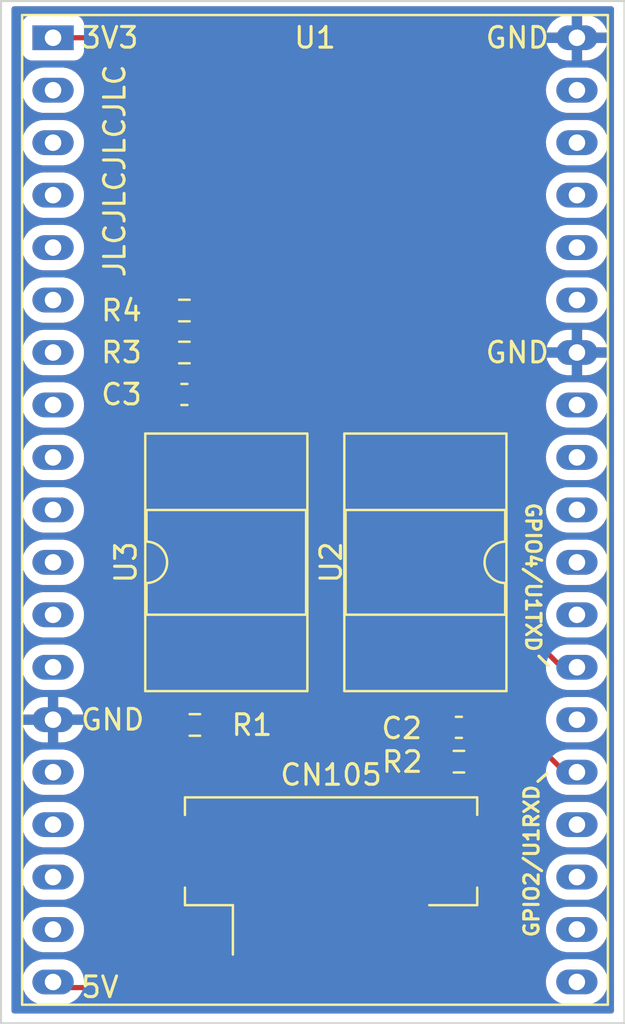
<source format=kicad_pcb>
(kicad_pcb (version 20221018) (generator pcbnew)

  (general
    (thickness 1.6)
  )

  (paper "A4")
  (layers
    (0 "F.Cu" signal)
    (31 "B.Cu" signal)
    (32 "B.Adhes" user "B.Adhesive")
    (33 "F.Adhes" user "F.Adhesive")
    (34 "B.Paste" user)
    (35 "F.Paste" user)
    (36 "B.SilkS" user "B.Silkscreen")
    (37 "F.SilkS" user "F.Silkscreen")
    (38 "B.Mask" user)
    (39 "F.Mask" user)
    (40 "Dwgs.User" user "User.Drawings")
    (41 "Cmts.User" user "User.Comments")
    (42 "Eco1.User" user "User.Eco1")
    (43 "Eco2.User" user "User.Eco2")
    (44 "Edge.Cuts" user)
    (45 "Margin" user)
    (46 "B.CrtYd" user "B.Courtyard")
    (47 "F.CrtYd" user "F.Courtyard")
    (48 "B.Fab" user)
    (49 "F.Fab" user)
    (50 "User.1" user)
    (51 "User.2" user)
    (52 "User.3" user)
    (53 "User.4" user)
    (54 "User.5" user)
    (55 "User.6" user)
    (56 "User.7" user)
    (57 "User.8" user)
    (58 "User.9" user)
  )

  (setup
    (pad_to_mask_clearance 0)
    (pcbplotparams
      (layerselection 0x00010f0_ffffffff)
      (plot_on_all_layers_selection 0x0000000_00000000)
      (disableapertmacros false)
      (usegerberextensions false)
      (usegerberattributes true)
      (usegerberadvancedattributes true)
      (creategerberjobfile true)
      (dashed_line_dash_ratio 12.000000)
      (dashed_line_gap_ratio 3.000000)
      (svgprecision 4)
      (plotframeref false)
      (viasonmask false)
      (mode 1)
      (useauxorigin false)
      (hpglpennumber 1)
      (hpglpenspeed 20)
      (hpglpendiameter 15.000000)
      (dxfpolygonmode true)
      (dxfimperialunits true)
      (dxfusepcbnewfont true)
      (psnegative false)
      (psa4output false)
      (plotreference true)
      (plotvalue true)
      (plotinvisibletext false)
      (sketchpadsonfab false)
      (subtractmaskfromsilk false)
      (outputformat 1)
      (mirror false)
      (drillshape 0)
      (scaleselection 1)
      (outputdirectory "gerber/")
    )
  )

  (net 0 "")
  (net 1 "GND")
  (net 2 "5V")
  (net 3 "U1TX")
  (net 4 "U1RX")
  (net 5 "unconnected-(U1-CHIP_PU-Pad2)")
  (net 6 "unconnected-(U1-SENSOR_VP{slash}GPIO36{slash}ADC1_CH0-Pad3)")
  (net 7 "unconnected-(U1-SENSOR_VN{slash}GPIO39{slash}ADC1_CH3-Pad4)")
  (net 8 "unconnected-(U1-VDET_1{slash}GPIO34{slash}ADC1_CH6-Pad5)")
  (net 9 "unconnected-(U1-VDET_2{slash}GPIO35{slash}ADC1_CH7-Pad6)")
  (net 10 "unconnected-(U1-32K_XP{slash}GPIO32{slash}ADC1_CH4-Pad7)")
  (net 11 "unconnected-(U1-32K_XN{slash}GPIO33{slash}ADC1_CH5-Pad8)")
  (net 12 "unconnected-(U1-DAC_1{slash}ADC2_CH8{slash}GPIO25-Pad9)")
  (net 13 "unconnected-(U1-DAC_2{slash}ADC2_CH9{slash}GPIO26-Pad10)")
  (net 14 "unconnected-(U1-ADC2_CH7{slash}GPIO27-Pad11)")
  (net 15 "unconnected-(U1-MTMS{slash}GPIO14{slash}ADC2_CH6-Pad12)")
  (net 16 "unconnected-(U1-MTDI{slash}GPIO12{slash}ADC2_CH5-Pad13)")
  (net 17 "unconnected-(U1-MTCK{slash}GPIO13{slash}ADC2_CH4-Pad15)")
  (net 18 "unconnected-(U1-SD_DATA2{slash}GPIO9-Pad16)")
  (net 19 "unconnected-(U1-SD_DATA3{slash}GPIO10-Pad17)")
  (net 20 "unconnected-(U1-CMD-Pad18)")
  (net 21 "unconnected-(U1-SD_CLK{slash}GPIO6-Pad20)")
  (net 22 "unconnected-(U1-SD_DATA0{slash}GPIO7-Pad21)")
  (net 23 "unconnected-(U1-SD_DATA1{slash}GPIO8-Pad22)")
  (net 24 "unconnected-(U1-MTDO{slash}GPIO15{slash}ADC2_CH3-Pad23)")
  (net 25 "unconnected-(U1-GPIO0{slash}BOOT{slash}ADC2_CH1-Pad25)")
  (net 26 "unconnected-(U1-GPIO16-Pad27)")
  (net 27 "unconnected-(U1-GPIO17-Pad28)")
  (net 28 "unconnected-(U1-GPIO5-Pad29)")
  (net 29 "unconnected-(U1-GPIO18-Pad30)")
  (net 30 "unconnected-(U1-GPIO19-Pad31)")
  (net 31 "unconnected-(U1-GPIO21-Pad33)")
  (net 32 "unconnected-(U1-U0RXD{slash}GPIO3-Pad34)")
  (net 33 "unconnected-(U1-U0TXD{slash}GPIO1-Pad35)")
  (net 34 "unconnected-(U1-GPIO22-Pad36)")
  (net 35 "unconnected-(U1-GPIO23-Pad37)")
  (net 36 "unconnected-(CN105-Pin_1-Pad1)")
  (net 37 "3V3")
  (net 38 "RX")
  (net 39 "TX")
  (net 40 "Net-(R1-Pad1)")
  (net 41 "Net-(R4-Pad2)")
  (net 42 "unconnected-(U2-Pad3)")
  (net 43 "unconnected-(U3-Pad3)")

  (footprint "Capacitor_SMD:C_0603_1608Metric_Pad1.08x0.95mm_HandSolder" (layer "F.Cu") (at 97.6365 94.35))

  (footprint "Resistor_SMD:R_0603_1608Metric_Pad0.98x0.95mm_HandSolder" (layer "F.Cu") (at 97.6395 96.012 180))

  (footprint "Resistor_SMD:R_0603_1608Metric_Pad0.98x0.95mm_HandSolder" (layer "F.Cu") (at 84.836 94.234))

  (footprint "Connector_JST:JST_PH_B5B-PH-SM4-TB_1x05-1MP_P2.00mm_Vertical" (layer "F.Cu") (at 91.44 102.1))

  (footprint "PCM_Espressif:ESP32-DevKitC (no overhang)" (layer "F.Cu") (at 77.96 60.96))

  (footprint "Resistor_SMD:R_0603_1608Metric_Pad0.98x0.95mm_HandSolder" (layer "F.Cu") (at 84.328 74.168))

  (footprint "Capacitor_SMD:C_0603_1608Metric_Pad1.08x0.95mm_HandSolder" (layer "F.Cu") (at 84.328 78.232))

  (footprint "Package_DIP:DIP-6_W8.89mm_SMDSocket_LongPads" (layer "F.Cu") (at 86.36 86.36 90))

  (footprint "Resistor_SMD:R_0603_1608Metric_Pad0.98x0.95mm_HandSolder" (layer "F.Cu") (at 84.328 76.2))

  (footprint "Package_DIP:DIP-6_W8.89mm_SMDSocket_LongPads" (layer "F.Cu") (at 96.012 86.36 -90))

  (gr_line (start 101.892429 96.588634) (end 101.469407 96.964653)
    (stroke (width 0.15) (type default)) (layer "F.SilkS") (tstamp 81ba44a1-8e01-4d62-915a-fbb9a487cbbe))
  (gr_line (start 101.962933 91.347864) (end 101.51641 90.901341)
    (stroke (width 0.15) (type default)) (layer "F.SilkS") (tstamp 9012035a-413f-4be3-a739-c562a430abeb))
  (gr_rect (start 75.438 59.182) (end 105.664 108.67629)
    (stroke (width 0.1) (type default)) (fill none) (layer "Edge.Cuts") (tstamp 848b127f-3361-48a2-bd4d-9483860044df))
  (gr_text "JLCJLCJLCJLC" (at 81.534 72.644 90) (layer "F.SilkS") (tstamp 9ec7c8a1-94ce-4526-8dd8-2a6be6f8a89e)
    (effects (font (size 1 1) (thickness 0.15)) (justify left bottom))
  )

  (segment (start 85.7485 94.234) (end 89.154 94.234) (width 0.25) (layer "F.Cu") (net 2) (tstamp 0f4543b5-3ab8-4089-befd-78817605eff2))
  (segment (start 91.44 102.6) (end 91.44 106.739999) (width 0.25) (layer "F.Cu") (net 2) (tstamp 2536f86e-019b-4139-8f89-c72c8ef2b164))
  (segment (start 98.562 96.012) (end 98.552 96.012) (width 0.25) (layer "F.Cu") (net 2) (tstamp 300db52b-ee54-42c4-ad53-e4d99cd155af))
  (segment (start 98.552 91.313) (end 99.06 90.805) (width 0.25) (layer "F.Cu") (net 2) (tstamp 33dd60af-0991-4fe8-b143-9b6c1aada5f5))
  (segment (start 77.96 106.68) (end 78.214 106.934) (width 0.25) (layer "F.Cu") (net 2) (tstamp 43d38547-911b-4558-9a93-5cf0676b667f))
  (segment (start 91.44 106.739999) (end 91.229999 106.95) (width 0.25) (layer "F.Cu") (net 2) (tstamp 5d9e19bf-21c4-4c23-b399-8eb4fcfe8a0a))
  (segment (start 98.552 94.033) (end 98.499 93.98) (width 0.25) (layer "F.Cu") (net 2) (tstamp 5ea214f4-7aad-45a5-bc7f-d97332f28d12))
  (segment (start 99.314 102.87) (end 99.314 96.764) (width 0.25) (layer "F.Cu") (net 2) (tstamp 623d8c85-a7fe-45a9-b59a-f2aeb9a057af))
  (segment (start 91.229999 106.95) (end 90.7 106.95) (width 0.25) (layer "F.Cu") (net 2) (tstamp 692636b9-549b-45bd-966b-ac7317bfde48))
  (segment (start 98.552 96.012) (end 98.552 94.033) (width 0.25) (layer "F.Cu") (net 2) (tstamp 7c6dce8c-4b37-4631-9b08-9027b6b7d00e))
  (segment (start 99.314 96.764) (end 98.562 96.012) (width 0.25) (layer "F.Cu") (net 2) (tstamp 82d39393-f1f3-41d4-b8dc-2f37e025930e))
  (segment (start 91.65 106.95) (end 95.234 106.95) (width 0.25) (layer "F.Cu") (net 2) (tstamp 8a49720c-403a-49aa-a0ff-2c847ec5f1b9))
  (segment (start 95.234 106.95) (end 99.314 102.87) (width 0.25) (layer "F.Cu") (net 2) (tstamp 99ce3238-cbf4-4a7b-89c7-f85e5ee4ed17))
  (segment (start 98.499 93.98) (end 98.499 90.858) (width 0.25) (layer "F.Cu") (net 2) (tstamp 9fd01385-a41c-4eaa-a8fc-f3d0d88ea038))
  (segment (start 91.44 106.74) (end 91.65 106.95) (width 0.25) (layer "F.Cu") (net 2) (tstamp a45c6dbf-62ce-4327-92a3-e6796f5827d3))
  (segment (start 89.154 94.234) (end 91.44 96.52) (width 0.25) (layer "F.Cu") (net 2) (tstamp aee9ad10-3b04-46fc-98e9-58685377eed2))
  (segment (start 78.23 106.95) (end 91.2 106.95) (width 0.25) (layer "F.Cu") (net 2) (tstamp b042a0f3-fc96-40e6-96ba-14dbd17da3f9))
  (segment (start 91.2 106.95) (end 91.65 106.95) (width 0.25) (layer "F.Cu") (net 2) (tstamp bb1a5191-43ca-4cc0-a750-564a4f62a084))
  (segment (start 77.96 106.68) (end 78.23 106.95) (width 0.25) (layer "F.Cu") (net 2) (tstamp bccec788-6448-4e71-ab5b-3a265353783d))
  (segment (start 98.499 90.858) (end 98.552 90.805) (width 0.25) (layer "F.Cu") (net 2) (tstamp bea69e9c-ec28-491b-9314-a69dc0eb813b))
  (segment (start 91.44 102.6) (end 91.44 106.74) (width 0.25) (layer "F.Cu") (net 2) (tstamp c1cb9872-91b1-4e7b-b067-8b3510d9bf0d))
  (segment (start 91.65 106.95) (end 91.95 106.95) (width 0.25) (layer "F.Cu") (net 2) (tstamp d18055cc-2544-4604-85cc-ca1defb9875c))
  (segment (start 91.44 96.52) (end 91.44 102.6) (width 0.25) (layer "F.Cu") (net 2) (tstamp f554ed8f-ebda-442d-959a-bc142e3e74d7))
  (segment (start 96.012 79.488) (end 96.012 81.915) (width 0.25) (layer "F.Cu") (net 3) (tstamp 0493afb1-5bc3-44f2-8017-a8d082ee5898))
  (segment (start 102.61872 91.44272) (end 101.6 90.424) (width 0.25) (layer "F.Cu") (net 3) (tstamp 1be97ab3-4702-48d7-b65c-98fbeed387e3))
  (segment (start 96.52 83.312) (end 96.52 81.915) (width 0.25) (layer "F.Cu") (net 3) (tstamp 2ab60a8b-8e8c-4d3d-a963-156dae05fe21))
  (segment (start 96.25 79.25) (end 96.012 79.488) (width 0.25) (layer "F.Cu") (net 3) (tstamp 4ee9070c-792a-4b86-ab8b-6518b3870a19))
  (segment (start 101.6 86.739604) (end 100.2 85.339604) (width 0.25) (layer "F.Cu") (net 3) (tstamp 79e5d8b6-1d48-4f87-8264-896d2585403f))
  (segment (start 103.36 91.44272) (end 102.61872 91.44272) (width 0.25) (layer "F.Cu") (net 3) (tstamp 813c7795-6818-4040-a946-39204e1c32b7))
  (segment (start 100 79.25) (end 96.25 79.25) (width 0.25) (layer "F.Cu") (net 3) (tstamp 8a6809ad-2843-4b2e-b379-1c934dcb5e7b))
  (segment (start 101.6 90.424) (end 101.6 86.739604) (width 0.25) (layer "F.Cu") (net 3) (tstamp c2be7fa7-fe4c-46db-8c48-37c22cbbfb2c))
  (segment (start 100.2 79.45) (end 100 79.25) (width 0.25) (layer "F.Cu") (net 3) (tstamp f500fc6e-1042-4cbc-b33d-59f6d6b18ee3))
  (segment (start 100.2 85.339604) (end 100.2 79.45) (width 0.25) (layer "F.Cu") (net 3) (tstamp fece4a6a-00f6-453e-ae4e-0ccbe0e32f18))
  (segment (start 88.9 81.915) (end 88.9 82.6) (width 0.25) (layer "F.Cu") (net 4) (tstamp 0231bd18-3394-438d-b52f-47f44a980bcc))
  (segment (start 92.329 85.344) (end 99.568 85.344) (width 0.25) (layer "F.Cu") (net 4) (tstamp 1fa7f0a7-a416-4016-b8da-e2a38a459eff))
  (segment (start 91.65 85.35) (end 92.323 85.35) (width 0.25) (layer "F.Cu") (net 4) (tstamp 372b02d8-fa4a-460b-9ff7-12d1a3e31ef4))
  (segment (start 85.2405 76.2) (end 85.852 76.2) (width 0.25) (layer "F.Cu") (net 4) (tstamp 3872249e-d0b3-4816-9ed6-708b29c11b13))
  (segment (start 88.9 79.248) (end 88.9 81.915) (width 0.25) (layer "F.Cu") (net 4) (tstamp 39555a97-46fa-4654-9708-5f8782888c0b))
  (segment (start 103.36 96.52272) (end 102.61872 96.52272) (width 0.25) (layer "F.Cu") (net 4) (tstamp 496b574b-2c17-4ae7-a55f-9502dfabbb85))
  (segment (start 101.15 94.9) (end 102.77 96.52) (width 0.25) (layer "F.Cu") (net 4) (tstamp 4c0143a6-92b5-498c-8e5c-9f3525a86287))
  (segment (start 99.568 85.344) (end 101.15 86.926) (width 0.25) (layer "F.Cu") (net 4) (tstamp 5459f1da-c0d4-4b82-a340-150ad50925de))
  (segment (start 88.9 82.6) (end 91.65 85.35) (width 0.25) (layer "F.Cu") (net 4) (tstamp 597a9a94-ea7d-4a97-873d-3710023b76c3))
  (segment (start 92.323 85.35) (end 92.329 85.344) (width 0.25) (layer "F.Cu") (net 4) (tstamp 763a6532-463c-43d3-9992-c5fb3f6105a3))
  (segment (start 101.15 86.926) (end 101.15 94.9) (width 0.25) (layer "F.Cu") (net 4) (tstamp 87902618-6c82-4350-82ed-17f6fbb064fc))
  (segment (start 85.852 76.2) (end 88.9 79.248) (width 0.25) (layer "F.Cu") (net 4) (tstamp 8f822782-881e-46a8-8173-a761fa558f02))
  (segment (start 102.77 96.52) (end 103.36 96.52) (width 0.25) (layer "F.Cu") (net 4) (tstamp f189aec2-64dc-432d-9a90-7a45f4ec6eaa))
  (segment (start 83.4155 61.8255) (end 83.4155 74.168) (width 0.25) (layer "F.Cu") (net 37) (tstamp 7c3ab5cc-57ec-4940-a5d2-7ecd69189f90))
  (segment (start 77.96 60.96) (end 82.55 60.96) (width 0.25) (layer "F.Cu") (net 37) (tstamp 852f30d5-4eed-45a0-bcb1-dcacdb7c755a))
  (segment (start 83.4655 81.5605) (end 83.82 81.915) (width 0.25) (layer "F.Cu") (net 37) (tstamp 92aefdb9-2bb6-41a8-bdfa-6ae13bc03c31))
  (segment (start 83.4155 78.182) (end 83.4655 78.232) (width 0.25) (layer "F.Cu") (net 37) (tstamp b01fb4d6-21fa-4eed-a4c7-a4b70be3b331))
  (segment (start 83.4155 74.168) (end 83.4155 78.182) (width 0.25) (layer "F.Cu") (net 37) (tstamp d7cda16b-5ef5-415b-ae01-970584f6fbb8))
  (segment (start 83.4655 78.232) (end 83.4655 81.5605) (width 0.25) (layer "F.Cu") (net 37) (tstamp e6484a46-e432-4540-8844-03895982b851))
  (segment (start 82.55 60.96) (end 83.4155 61.8255) (width 0.25) (layer "F.Cu") (net 37) (tstamp fc8c117d-2ae9-461b-bd43-06c01a48a645))
  (segment (start 93.472 90.805) (end 93.472 94.972) (width 0.25) (layer "F.Cu") (net 38) (tstamp 22d21b8f-07df-4e4a-954f-7761d4e5c36f))
  (segment (start 95.44 98.11) (end 95.44 102.6) (width 0.25) (layer "F.Cu") (net 38) (tstamp 23862243-df88-4e21-9a99-bfe21b0d0a9e))
  (segment (start 96.727 96.823) (end 95.44 98.11) (width 0.25) (layer "F.Cu") (net 38) (tstamp 4e0ee804-f87f-4344-b2f0-85e087c59be6))
  (segment (start 94.512 96.012) (end 96.727 96.012) (width 0.25) (layer "F.Cu") (net 38) (tstamp 6c2309e5-d566-400f-ba99-97f7b0a93af8))
  (segment (start 96.727 96.012) (end 96.727 96.823) (width 0.25) (layer "F.Cu") (net 38) (tstamp 725629e9-ab83-443e-afbd-6eb04ec08c40))
  (segment (start 93.472 94.972) (end 94.512 96.012) (width 0.25) (layer "F.Cu") (net 38) (tstamp abaa2324-e8fb-4054-9052-0b628103ca2c))
  (segment (start 96.727 96.012) (end 96.52 96.012) (width 0.25) (layer "F.Cu") (net 38) (tstamp b60dca3e-1bf3-4719-b709-38a591ac5373))
  (segment (start 87.022 93.472) (end 86.36 92.81) (width 0.25) (layer "F.Cu") (net 39) (tstamp 77f928fc-bd5d-4192-b97f-6d7704dbfe38))
  (segment (start 93.472 97.536) (end 89.408 93.472) (width 0.25) (layer "F.Cu") (net 39) (tstamp 859fa807-c3d5-479b-8a30-7fa546749e49))
  (segment (start 86.36 92.81) (end 86.36 90.805) (width 0.25) (layer "F.Cu") (net 39) (tstamp 991c6a43-3f9a-485f-acc9-7374938a72b5))
  (segment (start 89.408 93.472) (end 87.022 93.472) (width 0.25) (layer "F.Cu") (net 39) (tstamp ba82e289-1673-4874-a13a-ab39827d1683))
  (segment (start 93.44 102.6) (end 93.472 97.536) (width 0.25) (layer "F.Cu") (net 39) (tstamp fd7aac8a-c624-4004-ae91-1716f385b9cb))
  (arc (start 93.426221 102.586221) (mid 93.430257 102.595964) (end 93.44 102.6) (width 0.25) (layer "F.Cu") (net 39) (tstamp 6f9bf344-18ff-4112-9d6d-b66eb4ea6115))
  (segment (start 83.82 93.98) (end 83.82 90.805) (width 0.25) (layer "F.Cu") (net 40) (tstamp b41945a4-480b-47d2-b6c8-81783b6798c6))
  (segment (start 98.298 84.328) (end 92.028 84.328) (width 0.25) (layer "F.Cu") (net 41) (tstamp 042f0158-6fd3-408a-a282-19152d5694a1))
  (segment (start 98.552 84.074) (end 98.298 84.328) (width 0.25) (layer "F.Cu") (net 41) (tstamp 1a2196b2-5476-47e8-bc50-adc19410e4de))
  (segment (start 90.678 79.502) (end 85.2405 74.168) (width 0.25) (layer "F.Cu") (net 41) (tstamp 513c9859-5fd4-4d48-9200-a8d0298a0c86))
  (segment (start 90.678 82.978) (end 90.678 79.502) (width 0.25) (layer "F.Cu") (net 41) (tstamp 60a9c819-8a5f-4524-bd47-b71509872403))
  (segment (start 92.028 84.328) (end 90.678 82.978) (width 0.25) (layer "F.Cu") (net 41) (tstamp 9977d721-1772-42da-aaeb-6b45c8c288a1))
  (segment (start 98.552 81.915) (end 98.552 84.074) (width 0.25) (layer "F.Cu") (net 41) (tstamp ed3e90e7-e380-4547-9c20-cd25191ae974))

  (zone (net 1) (net_name "GND") (layer "F.Cu") (tstamp 99ba3fce-30c2-450d-b0ef-471d2f1ebf31) (hatch edge 0.5)
    (connect_pads (clearance 0.5))
    (min_thickness 0.25) (filled_areas_thickness no)
    (fill yes (thermal_gap 0.5) (thermal_bridge_width 0.5))
    (polygon
      (pts
        (xy 75.946 59.436)
        (xy 105.156 59.436)
        (xy 105.156 108.204)
        (xy 75.946 108.204)
      )
    )
    (filled_polygon
      (layer "F.Cu")
      (pts
        (xy 105.099039 59.455685)
        (xy 105.144794 59.508489)
        (xy 105.156 59.56)
        (xy 105.156 108.08)
        (xy 105.136315 108.147039)
        (xy 105.083511 108.192794)
        (xy 105.032 108.204)
        (xy 76.07 108.204)
        (xy 76.002961 108.184315)
        (xy 75.957206 108.131511)
        (xy 75.946 108.08)
        (xy 75.946 106.627401)
        (xy 76.455746 106.627401)
        (xy 76.465745 106.837327)
        (xy 76.515296 107.041578)
        (xy 76.515298 107.041582)
        (xy 76.602598 107.232743)
        (xy 76.602601 107.232748)
        (xy 76.602602 107.23275)
        (xy 76.602604 107.232753)
        (xy 76.702964 107.373689)
        (xy 76.724515 107.403953)
        (xy 76.72452 107.403959)
        (xy 76.87662 107.548985)
        (xy 76.925128 107.580159)
        (xy 77.053428 107.662613)
        (xy 77.248543 107.740725)
        (xy 77.351729 107.760612)
        (xy 77.454914 107.7805)
        (xy 77.454915 107.7805)
        (xy 78.412419 107.7805)
        (xy 78.412425 107.7805)
        (xy 78.569218 107.765528)
        (xy 78.770875 107.706316)
        (xy 78.957682 107.610011)
        (xy 78.967829 107.60203)
        (xy 79.032694 107.576062)
        (xy 79.044483 107.5755)
        (xy 90.620981 107.5755)
        (xy 91.120981 107.5755)
        (xy 91.147256 107.5755)
        (xy 91.162876 107.577224)
        (xy 91.162903 107.576939)
        (xy 91.170659 107.577671)
        (xy 91.170666 107.577673)
        (xy 91.239813 107.5755)
        (xy 91.570981 107.5755)
        (xy 91.591016 107.5755)
        (xy 91.610413 107.577026)
        (xy 91.630196 107.58016)
        (xy 91.676584 107.575775)
        (xy 91.682422 107.5755)
        (xy 91.98935 107.5755)
        (xy 95.151257 107.5755)
        (xy 95.166877 107.577224)
        (xy 95.166904 107.576939)
        (xy 95.17466 107.577671)
        (xy 95.174667 107.577673)
        (xy 95.243814 107.5755)
        (xy 95.27335 107.5755)
        (xy 95.280228 107.57463)
        (xy 95.286041 107.574172)
        (xy 95.332627 107.572709)
        (xy 95.351869 107.567117)
        (xy 95.370912 107.563174)
        (xy 95.390792 107.560664)
        (xy 95.434122 107.543507)
        (xy 95.439646 107.541617)
        (xy 95.443396 107.540527)
        (xy 95.48439 107.528618)
        (xy 95.501629 107.518422)
        (xy 95.519103 107.509862)
        (xy 95.537727 107.502488)
        (xy 95.537727 107.502487)
        (xy 95.537732 107.502486)
        (xy 95.575449 107.475082)
        (xy 95.580305 107.471892)
        (xy 95.62042 107.44817)
        (xy 95.634589 107.433999)
        (xy 95.649379 107.421368)
        (xy 95.665587 107.409594)
        (xy 95.695299 107.373676)
        (xy 95.699212 107.369376)
        (xy 96.443907 106.624681)
        (xy 101.852066 106.624681)
        (xy 101.862065 106.834607)
        (xy 101.911616 107.038858)
        (xy 101.911618 107.038862)
        (xy 101.998918 107.230023)
        (xy 101.998921 107.230028)
        (xy 101.998922 107.23003)
        (xy 101.998924 107.230033)
        (xy 102.061947 107.318536)
        (xy 102.120835 107.401233)
        (xy 102.12084 107.401239)
        (xy 102.27294 107.546265)
        (xy 102.414117 107.636994)
        (xy 102.449748 107.659893)
        (xy 102.644863 107.738005)
        (xy 102.748049 107.757892)
        (xy 102.851234 107.77778)
        (xy 102.851235 107.77778)
        (xy 103.808739 107.77778)
        (xy 103.808745 107.77778)
        (xy 103.965538 107.762808)
        (xy 104.167195 107.703596)
        (xy 104.354002 107.607291)
        (xy 104.392486 107.577027)
        (xy 104.410102 107.563173)
        (xy 104.519206 107.477372)
        (xy 104.656839 107.318536)
        (xy 104.761924 107.136524)
        (xy 104.830664 106.937913)
        (xy 104.860574 106.729882)
        (xy 104.850574 106.51995)
        (xy 104.801024 106.315704)
        (xy 104.801021 106.315697)
        (xy 104.713721 106.124536)
        (xy 104.713718 106.124531)
        (xy 104.713717 106.12453)
        (xy 104.713716 106.124527)
        (xy 104.591806 105.953328)
        (xy 104.591804 105.953326)
        (xy 104.591799 105.95332)
        (xy 104.439699 105.808294)
        (xy 104.262894 105.694668)
        (xy 104.258008 105.692712)
        (xy 104.153724 105.650963)
        (xy 104.067775 105.616554)
        (xy 103.861406 105.57678)
        (xy 103.861405 105.57678)
        (xy 102.903895 105.57678)
        (xy 102.747102 105.591752)
        (xy 102.747098 105.591753)
        (xy 102.545447 105.650963)
        (xy 102.358633 105.747271)
        (xy 102.193436 105.877185)
        (xy 102.193432 105.877189)
        (xy 102.055798 106.036026)
        (xy 101.950718 106.21803)
        (xy 101.881976 106.416645)
        (xy 101.881976 106.416647)
        (xy 101.867124 106.51995)
        (xy 101.852066 106.624681)
        (xy 96.443907 106.624681)
        (xy 98.983908 104.084681)
        (xy 101.852066 104.084681)
        (xy 101.862065 104.294607)
        (xy 101.911616 104.498858)
        (xy 101.911618 104.498862)
        (xy 101.998918 104.690023)
        (xy 101.998921 104.690028)
        (xy 101.998922 104.69003)
        (xy 101.998924 104.690033)
        (xy 102.11918 104.858909)
        (xy 102.120835 104.861233)
        (xy 102.12084 104.861239)
        (xy 102.27294 105.006265)
        (xy 102.414117 105.096994)
        (xy 102.449748 105.119893)
        (xy 102.644863 105.198005)
        (xy 102.748049 105.217892)
        (xy 102.851234 105.23778)
        (xy 102.851235 105.23778)
        (xy 103.808739 105.23778)
        (xy 103.808745 105.23778)
        (xy 103.965538 105.222808)
        (xy 104.167195 105.163596)
        (xy 104.354002 105.067291)
        (xy 104.519206 104.937372)
        (xy 104.656839 104.778536)
        (xy 104.761924 104.596524)
        (xy 104.830664 104.397913)
        (xy 104.860574 104.189882)
        (xy 104.850574 103.97995)
        (xy 104.801024 103.775704)
        (xy 104.75766 103.68075)
        (xy 104.713721 103.584536)
        (xy 104.713718 103.584531)
        (xy 104.713717 103.58453)
        (xy 104.713716 103.584527)
        (xy 104.591806 103.413328)
        (xy 104.591804 103.413326)
        (xy 104.591799 103.41332)
        (xy 104.439699 103.268294)
        (xy 104.262894 103.154668)
        (xy 104.24666 103.148169)
        (xy 104.083099 103.082689)
        (xy 104.067775 103.076554)
        (xy 103.861406 103.03678)
        (xy 103.861405 103.03678)
        (xy 102.903895 103.03678)
        (xy 102.747102 103.051752)
        (xy 102.747098 103.051753)
        (xy 102.545447 103.110963)
        (xy 102.358633 103.207271)
        (xy 102.193436 103.337185)
        (xy 102.193432 103.337189)
        (xy 102.055798 103.496026)
        (xy 101.950718 103.67803)
        (xy 101.881976 103.876645)
        (xy 101.881976 103.876647)
        (xy 101.866733 103.98267)
        (xy 101.852066 104.084681)
        (xy 98.983908 104.084681)
        (xy 99.697788 103.370801)
        (xy 99.710042 103.360986)
        (xy 99.709859 103.360764)
        (xy 99.715866 103.355792)
        (xy 99.715877 103.355786)
        (xy 99.746775 103.322882)
        (xy 99.763227 103.305364)
        (xy 99.773671 103.294918)
        (xy 99.78412 103.284471)
        (xy 99.788379 103.278978)
        (xy 99.792152 103.274561)
        (xy 99.824062 103.240582)
        (xy 99.833713 103.223024)
        (xy 99.844396 103.206761)
        (xy 99.856673 103.190936)
        (xy 99.875185 103.148153)
        (xy 99.877738 103.142941)
        (xy 99.900197 103.102092)
        (xy 99.90518 103.08268)
        (xy 99.911481 103.06428)
        (xy 99.919437 103.045896)
        (xy 99.926729 102.999852)
        (xy 99.927906 102.994171)
        (xy 99.9395 102.949019)
        (xy 99.9395 102.928983)
        (xy 99.941027 102.909582)
        (xy 99.94416 102.889804)
        (xy 99.939775 102.843415)
        (xy 99.9395 102.837577)
        (xy 99.9395 101.547401)
        (xy 101.855746 101.547401)
        (xy 101.865745 101.757327)
        (xy 101.915296 101.961578)
        (xy 101.915298 101.961582)
        (xy 102.002598 102.152743)
        (xy 102.002601 102.152748)
        (xy 102.002602 102.15275)
        (xy 102.002604 102.152753)
        (xy 102.065627 102.241256)
        (xy 102.124515 102.323953)
        (xy 102.12452 102.323959)
        (xy 102.27662 102.468985)
        (xy 102.371578 102.530011)
        (xy 102.453428 102.582613)
        (xy 102.648543 102.660725)
        (xy 102.751729 102.680612)
        (xy 102.854914 102.7005)
        (xy 102.854915 102.7005)
        (xy 103.812419 102.7005)
        (xy 103.812425 102.7005)
        (xy 103.969218 102.685528)
        (xy 104.170875 102.626316)
        (xy 104.357682 102.530011)
        (xy 104.522886 102.400092)
        (xy 104.660519 102.241256)
        (xy 104.765604 102.059244)
        (xy 104.834344 101.860633)
        (xy 104.864254 101.652602)
        (xy 104.854254 101.44267)
        (xy 104.804704 101.238424)
        (xy 104.804701 101.238417)
        (xy 104.717401 101.047256)
        (xy 104.717398 101.047251)
        (xy 104.717397 101.04725)
        (xy 104.717396 101.047247)
        (xy 104.595486 100.876048)
        (xy 104.595484 100.876046)
        (xy 104.595479 100.87604)
        (xy 104.443379 100.731014)
        (xy 104.266574 100.617388)
        (xy 104.071455 100.539274)
        (xy 103.865086 100.4995)
        (xy 103.865085 100.4995)
        (xy 102.907575 100.4995)
        (xy 102.750782 100.514472)
        (xy 102.750778 100.514473)
        (xy 102.549127 100.573683)
        (xy 102.362313 100.669991)
        (xy 102.197116 100.799905)
        (xy 102.197112 100.799909)
        (xy 102.059478 100.958746)
        (xy 101.954398 101.14075)
        (xy 101.885656 101.339365)
        (xy 101.885656 101.339367)
        (xy 101.870804 101.44267)
        (xy 101.855746 101.547401)
        (xy 99.9395 101.547401)
        (xy 99.9395 99.007401)
        (xy 101.855746 99.007401)
        (xy 101.865745 99.217327)
        (xy 101.915296 99.421578)
        (xy 101.915298 99.421582)
        (xy 102.002598 99.612743)
        (xy 102.002601 99.612748)
        (xy 102.002602 99.61275)
        (xy 102.002604 99.612753)
        (xy 102.117189 99.773665)
        (xy 102.124515 99.783953)
        (xy 102.12452 99.783959)
        (xy 102.27662 99.928985)
        (xy 102.371578 99.990011)
        (xy 102.453428 100.042613)
        (xy 102.648543 100.120725)
        (xy 102.751729 100.140612)
        (xy 102.854914 100.1605)
        (xy 102.854915 100.1605)
        (xy 103.812419 100.1605)
        (xy 103.812425 100.1605)
        (xy 103.969218 100.145528)
        (xy 104.170875 100.086316)
        (xy 104.357682 99.990011)
        (xy 104.522886 99.860092)
        (xy 104.660519 99.701256)
        (xy 104.675376 99.675524)
        (xy 104.765601 99.519249)
        (xy 104.7656 99.519249)
        (xy 104.765604 99.519244)
        (xy 104.834344 99.320633)
        (xy 104.864254 99.112602)
        (xy 104.854254 98.90267)
        (xy 104.804704 98.698424)
        (xy 104.804701 98.698417)
        (xy 104.717401 98.507256)
        (xy 104.717398 98.507251)
        (xy 104.717397 98.50725)
        (xy 104.717396 98.507247)
        (xy 104.595486 98.336048)
        (xy 104.595484 98.336046)
        (xy 104.595479 98.33604)
        (xy 104.443379 98.191014)
        (xy 104.266574 98.077388)
        (xy 104.249156 98.070415)
        (xy 104.071457 97.999275)
        (xy 104.071455 97.999274)
        (xy 103.865086 97.9595)
        (xy 103.865085 97.9595)
        (xy 102.907575 97.9595)
        (xy 102.750782 97.974472)
        (xy 102.750778 97.974473)
        (xy 102.549127 98.033683)
        (xy 102.362313 98.129991)
        (xy 102.197116 98.259905)
        (xy 102.197112 98.259909)
        (xy 102.059478 98.418746)
        (xy 101.954398 98.60075)
        (xy 101.885656 98.799365)
        (xy 101.885656 98.799367)
        (xy 101.864401 98.947204)
        (xy 101.855746 99.007401)
        (xy 99.9395 99.007401)
        (xy 99.9395 96.846742)
        (xy 99.941224 96.831122)
        (xy 99.940939 96.831095)
        (xy 99.941673 96.823333)
        (xy 99.9395 96.754172)
        (xy 99.9395 96.724656)
        (xy 99.9395 96.72465)
        (xy 99.938631 96.717779)
        (xy 99.938173 96.711952)
        (xy 99.938111 96.709989)
        (xy 99.93671 96.665373)
        (xy 99.931119 96.64613)
        (xy 99.927173 96.627078)
        (xy 99.924664 96.607208)
        (xy 99.907504 96.563867)
        (xy 99.905624 96.558379)
        (xy 99.892618 96.51361)
        (xy 99.882422 96.49637)
        (xy 99.873861 96.478894)
        (xy 99.866487 96.46027)
        (xy 99.864537 96.457586)
        (xy 99.839079 96.422545)
        (xy 99.835888 96.417686)
        (xy 99.833635 96.413877)
        (xy 99.81217 96.37758)
        (xy 99.812168 96.377578)
        (xy 99.812165 96.377574)
        (xy 99.798006 96.363415)
        (xy 99.785368 96.348619)
        (xy 99.773594 96.332413)
        (xy 99.737688 96.302709)
        (xy 99.733376 96.298786)
        (xy 99.576318 96.141728)
        (xy 99.542833 96.080405)
        (xy 99.539999 96.054047)
        (xy 99.539999 95.72533)
        (xy 99.539998 95.725313)
        (xy 99.529674 95.624247)
        (xy 99.475408 95.460484)
        (xy 99.38484 95.31365)
        (xy 99.37177 95.30058)
        (xy 99.33837 95.267179)
        (xy 99.304886 95.205856)
        (xy 99.309871 95.136164)
        (xy 99.33837 95.091819)
        (xy 99.38184 95.04835)
        (xy 99.472408 94.901516)
        (xy 99.526674 94.737753)
        (xy 99.537 94.636677)
        (xy 99.536999 94.063324)
        (xy 99.53386 94.032598)
        (xy 99.526674 93.962247)
        (xy 99.515126 93.927398)
        (xy 99.472408 93.798484)
        (xy 99.38184 93.65165)
        (xy 99.25985 93.52966)
        (xy 99.259846 93.529657)
        (xy 99.183403 93.482506)
        (xy 99.136678 93.430558)
        (xy 99.1245 93.376968)
        (xy 99.1245 92.979499)
        (xy 99.144185 92.91246)
        (xy 99.196989 92.866705)
        (xy 99.2485 92.855499)
        (xy 99.399871 92.855499)
        (xy 99.399872 92.855499)
        (xy 99.459483 92.849091)
        (xy 99.594331 92.798796)
        (xy 99.709546 92.712546)
        (xy 99.795796 92.597331)
        (xy 99.846091 92.462483)
        (xy 99.8525 92.402873)
        (xy 99.852499 89.207128)
        (xy 99.846091 89.147517)
        (xy 99.812453 89.05733)
        (xy 99.795797 89.012671)
        (xy 99.795793 89.012664)
        (xy 99.709547 88.897455)
        (xy 99.709544 88.897452)
        (xy 99.594335 88.811206)
        (xy 99.594328 88.811202)
        (xy 99.459482 88.760908)
        (xy 99.459483 88.760908)
        (xy 99.399883 88.754501)
        (xy 99.399881 88.7545)
        (xy 99.399873 88.7545)
        (xy 99.399864 88.7545)
        (xy 97.704129 88.7545)
        (xy 97.704123 88.754501)
        (xy 97.644516 88.760908)
        (xy 97.509671 88.811202)
        (xy 97.509664 88.811206)
        (xy 97.394455 88.897452)
        (xy 97.394452 88.897455)
        (xy 97.380951 88.91549)
        (xy 97.325016 88.957359)
        (xy 97.255325 88.962341)
        (xy 97.194003 88.928854)
        (xy 97.182419 88.915486)
        (xy 97.169185 88.897808)
        (xy 97.054093 88.811649)
        (xy 97.054086 88.811645)
        (xy 96.919379 88.761403)
        (xy 96.919372 88.761401)
        (xy 96.859844 88.755)
        (xy 96.262 88.755)
        (xy 96.262 92.855)
        (xy 96.859828 92.855)
        (xy 96.859844 92.854999)
        (xy 96.919372 92.848598)
        (xy 96.919379 92.848596)
        (xy 97.054086 92.798354)
        (xy 97.054093 92.79835)
        (xy 97.169186 92.712191)
        (xy 97.182418 92.694515)
        (xy 97.23835 92.652642)
        (xy 97.308042 92.647656)
        (xy 97.369366 92.681139)
        (xy 97.380952 92.69451)
        (xy 97.394187 92.71219)
        (xy 97.394455 92.712547)
        (xy 97.509664 92.798793)
        (xy 97.509671 92.798797)
        (xy 97.554618 92.815561)
        (xy 97.644517 92.849091)
        (xy 97.704127 92.8555)
        (xy 97.749499 92.855499)
        (xy 97.816537 92.875182)
        (xy 97.862293 92.927985)
        (xy 97.8735 92.979499)
        (xy 97.8735 93.376968)
        (xy 97.853815 93.444007)
        (xy 97.814597 93.482506)
        (xy 97.738153 93.529657)
        (xy 97.738148 93.529661)
        (xy 97.723825 93.543984)
        (xy 97.662501 93.577468)
        (xy 97.592809 93.572482)
        (xy 97.548465 93.543982)
        (xy 97.534538 93.530055)
        (xy 97.534534 93.530052)
        (xy 97.387811 93.439551)
        (xy 97.3878 93.439546)
        (xy 97.224152 93.385319)
        (xy 97.123154 93.375)
        (xy 97.024 93.375)
        (xy 97.024 94.476)
        (xy 97.004315 94.543039)
        (xy 96.951511 94.588794)
        (xy 96.9 94.6)
        (xy 95.736501 94.6)
        (xy 95.736501 94.636654)
        (xy 95.746819 94.737652)
        (xy 95.801046 94.9013)
        (xy 95.801051 94.901311)
        (xy 95.891552 95.048034)
        (xy 95.891555 95.048038)
        (xy 95.937982 95.094465)
        (xy 95.971467 95.155788)
        (xy 95.966483 95.22548)
        (xy 95.937983 95.269826)
        (xy 95.89416 95.313649)
        (xy 95.894159 95.313651)
        (xy 95.885558 95.327596)
        (xy 95.83361 95.374321)
        (xy 95.780019 95.3865)
        (xy 94.822452 95.3865)
        (xy 94.755413 95.366815)
        (xy 94.734771 95.350181)
        (xy 94.133819 94.749228)
        (xy 94.100334 94.687905)
        (xy 94.0975 94.661547)
        (xy 94.0975 94.1)
        (xy 95.7365 94.1)
        (xy 96.524 94.1)
        (xy 96.524 93.374999)
        (xy 96.42486 93.375)
        (xy 96.424844 93.375001)
        (xy 96.323847 93.385319)
        (xy 96.160199 93.439546)
        (xy 96.160188 93.439551)
        (xy 96.013465 93.530052)
        (xy 96.013461 93.530055)
        (xy 95.891555 93.651961)
        (xy 95.891552 93.651965)
        (xy 95.801051 93.798688)
        (xy 95.801046 93.798699)
        (xy 95.746819 93.962347)
        (xy 95.7365 94.063345)
        (xy 95.7365 94.1)
        (xy 94.0975 94.1)
        (xy 94.0975 92.979499)
        (xy 94.117185 92.91246)
        (xy 94.169989 92.866705)
        (xy 94.2215 92.855499)
        (xy 94.319871 92.855499)
        (xy 94.319872 92.855499)
        (xy 94.379483 92.849091)
        (xy 94.514331 92.798796)
        (xy 94.629546 92.712546)
        (xy 94.643047 92.69451)
        (xy 94.698977 92.652642)
        (xy 94.768669 92.647657)
        (xy 94.829993 92.681141)
        (xy 94.841579 92.694513)
        (xy 94.854811 92.712189)
        (xy 94.854812 92.71219)
        (xy 94.969906 92.79835)
        (xy 94.969913 92.798354)
        (xy 95.10462 92.848596)
        (xy 95.104627 92.848598)
        (xy 95.164155 92.854999)
        (xy 95.164172 92.855)
        (xy 95.762 92.855)
        (xy 95.762 88.755)
        (xy 95.164155 88.755)
        (xy 95.104627 88.761401)
        (xy 95.10462 88.761403)
        (xy 94.969913 88.811645)
        (xy 94.969906 88.811649)
        (xy 94.854812 88.897809)
        (xy 94.841578 88.915488)
        (xy 94.785644 88.957359)
        (xy 94.715952 88.962342)
        (xy 94.654629 88.928856)
        (xy 94.643046 88.915487)
        (xy 94.629547 88.897455)
        (xy 94.629544 88.897452)
        (xy 94.514335 88.811206)
        (xy 94.514328 88.811202)
        (xy 94.379482 88.760908)
        (xy 94.379483 88.760908)
        (xy 94.319883 88.754501)
        (xy 94.319881 88.7545)
        (xy 94.319873 88.7545)
        (xy 94.319864 88.7545)
        (xy 92.624129 88.7545)
        (xy 92.624123 88.754501)
        (xy 92.564516 88.760908)
        (xy 92.429671 88.811202)
        (xy 92.429664 88.811206)
        (xy 92.314455 88.897452)
        (xy 92.314452 88.897455)
        (xy 92.228206 89.012664)
        (xy 92.228202 89.012671)
        (xy 92.177908 89.147517)
        (xy 92.171501 89.207116)
        (xy 92.171501 89.207123)
        (xy 92.1715 89.207135)
        (xy 92.1715 92.40287)
        (xy 92.171501 92.402876)
        (xy 92.177908 92.462483)
        (xy 92.228202 92.597328)
        (xy 92.228206 92.597335)
        (xy 92.314452 92.712544)
        (xy 92.314455 92.712547)
        (xy 92.429664 92.798793)
        (xy 92.429671 92.798797)
        (xy 92.474618 92.815561)
        (xy 92.564517 92.849091)
        (xy 92.624127 92.8555)
        (xy 92.7225 92.855499)
        (xy 92.789538 92.875183)
        (xy 92.835294 92.927986)
        (xy 92.8465 92.979499)
        (xy 92.8465 94.889255)
        (xy 92.844775 94.904872)
        (xy 92.845061 94.904899)
        (xy 92.844326 94.912665)
        (xy 92.8465 94.981814)
        (xy 92.8465 95.011343)
        (xy 92.846501 95.01136)
        (xy 92.847368 95.018231)
        (xy 92.847826 95.02405)
        (xy 92.84929 95.070624)
        (xy 92.849291 95.070627)
        (xy 92.85488 95.089867)
        (xy 92.858824 95.108911)
        (xy 92.861336 95.128791)
        (xy 92.87849 95.172119)
        (xy 92.880382 95.177647)
        (xy 92.892038 95.217767)
        (xy 92.893382 95.22239)
        (xy 92.895209 95.22548)
        (xy 92.90358 95.239634)
        (xy 92.912136 95.2571)
        (xy 92.919514 95.275732)
        (xy 92.946898 95.313423)
        (xy 92.950106 95.318307)
        (xy 92.973827 95.358416)
        (xy 92.973833 95.358424)
        (xy 92.98799 95.37258)
        (xy 93.000627 95.387375)
        (xy 93.012406 95.403587)
        (xy 93.036711 95.423694)
        (xy 93.048309 95.433288)
        (xy 93.05262 95.43721)
        (xy 93.773826 96.158417)
        (xy 94.011197 96.395788)
        (xy 94.021022 96.408051)
        (xy 94.021243 96.407869)
        (xy 94.026214 96.413878)
        (xy 94.03295 96.420203)
        (xy 94.076635 96.461226)
        (xy 94.097529 96.48212)
        (xy 94.103011 96.486373)
        (xy 94.107443 96.490157)
        (xy 94.141418 96.522062)
        (xy 94.158976 96.531714)
        (xy 94.175235 96.542395)
        (xy 94.191064 96.554673)
        (xy 94.233838 96.573182)
        (xy 94.239056 96.575738)
        (xy 94.279908 96.598197)
        (xy 94.299316 96.60318)
        (xy 94.317717 96.60948)
        (xy 94.336104 96.617437)
        (xy 94.379488 96.624308)
        (xy 94.382119 96.624725)
        (xy 94.387839 96.625909)
        (xy 94.432981 96.6375)
        (xy 94.453016 96.6375)
        (xy 94.472414 96.639026)
        (xy 94.492194 96.642159)
        (xy 94.492195 96.64216)
        (xy 94.492195 96.642159)
        (xy 94.492196 96.64216)
        (xy 94.538584 96.637775)
        (xy 94.544422 96.6375)
        (xy 95.728546 96.6375)
        (xy 95.795585 96.657185)
        (xy 95.84134 96.709989)
        (xy 95.851284 96.779147)
        (xy 95.822259 96.842703)
        (xy 95.816227 96.849181)
        (xy 95.056208 97.609199)
        (xy 95.043951 97.61902)
        (xy 95.044134 97.619241)
        (xy 95.038123 97.624213)
        (xy 94.990772 97.674636)
        (xy 94.969889 97.695519)
        (xy 94.969877 97.695532)
        (xy 94.965621 97.701017)
        (xy 94.961837 97.705447)
        (xy 94.929937 97.739418)
        (xy 94.929936 97.73942)
        (xy 94.920284 97.756976)
        (xy 94.90961 97.773226)
        (xy 94.897329 97.789061)
        (xy 94.897324 97.789068)
        (xy 94.878815 97.831838)
        (xy 94.876245 97.837084)
        (xy 94.853803 97.877906)
        (xy 94.848822 97.897307)
        (xy 94.842521 97.91571)
        (xy 94.834562 97.934102)
        (xy 94.834561 97.934105)
        (xy 94.827271 97.980127)
        (xy 94.826087 97.985846)
        (xy 94.814501 98.030972)
        (xy 94.8145 98.030982)
        (xy 94.8145 98.051016)
        (xy 94.812973 98.070415)
        (xy 94.80984 98.090194)
        (xy 94.80984 98.090195)
        (xy 94.814225 98.136583)
        (xy 94.8145 98.142421)
        (xy 94.8145 99.380621)
        (xy 94.794815 99.44766)
        (xy 94.755599 99.486158)
        (xy 94.721346 99.507285)
        (xy 94.597289 99.631342)
        (xy 94.545539 99.715243)
        (xy 94.493591 99.761967)
        (xy 94.424628 99.77319)
        (xy 94.360546 99.745346)
        (xy 94.334461 99.715243)
        (xy 94.309961 99.675522)
        (xy 94.282712 99.631344)
        (xy 94.158656 99.507288)
        (xy 94.158655 99.507287)
        (xy 94.144681 99.498668)
        (xy 94.097957 99.44672)
        (xy 94.085781 99.392348)
        (xy 94.096979 97.620291)
        (xy 94.098957 97.602901)
        (xy 94.099671 97.595341)
        (xy 94.099673 97.595333)
        (xy 94.097561 97.528155)
        (xy 94.097736 97.500603)
        (xy 94.09665 97.491557)
        (xy 94.09624 97.486124)
        (xy 94.094709 97.437373)
        (xy 94.089784 97.420423)
        (xy 94.085744 97.400595)
        (xy 94.083643 97.383073)
        (xy 94.083643 97.38307)
        (xy 94.065975 97.337611)
        (xy 94.064226 97.332448)
        (xy 94.050619 97.285613)
        (xy 94.050617 97.285607)
        (xy 94.041634 97.270418)
        (xy 94.032788 97.252216)
        (xy 94.026395 97.235766)
        (xy 93.997974 97.196123)
        (xy 93.994994 97.191556)
        (xy 93.970171 97.149582)
        (xy 93.970169 97.149579)
        (xy 93.964523 97.143933)
        (xy 93.957687 97.137097)
        (xy 93.944599 97.121674)
        (xy 93.934312 97.107326)
        (xy 93.93431 97.107324)
        (xy 93.896925 97.075996)
        (xy 93.892915 97.072325)
        (xy 89.908803 93.088212)
        (xy 89.89898 93.07595)
        (xy 89.898759 93.076134)
        (xy 89.893786 93.070123)
        (xy 89.84642 93.025643)
        (xy 89.811027 92.965403)
        (xy 89.813819 92.895589)
        (xy 89.853913 92.838368)
        (xy 89.887969 92.819071)
        (xy 89.942331 92.798796)
        (xy 90.057546 92.712546)
        (xy 90.143796 92.597331)
        (xy 90.194091 92.462483)
        (xy 90.2005 92.402873)
        (xy 90.200499 89.207128)
        (xy 90.194091 89.147517)
        (xy 90.160453 89.05733)
        (xy 90.143797 89.012671)
        (xy 90.143793 89.012664)
        (xy 90.057547 88.897455)
        (xy 90.057544 88.897452)
        (xy 89.942335 88.811206)
        (xy 89.942328 88.811202)
        (xy 89.807482 88.760908)
        (xy 89.807483 88.760908)
        (xy 89.747883 88.754501)
        (xy 89.747881 88.7545)
        (xy 89.747873 88.7545)
        (xy 89.747864 88.7545)
        (xy 88.052129 88.7545)
        (xy 88.052123 88.754501)
        (xy 87.992516 88.760908)
        (xy 87.857671 88.811202)
        (xy 87.857664 88.811206)
        (xy 87.742455 88.897452)
        (xy 87.729266 88.915071)
        (xy 87.673332 88.956941)
        (xy 87.60364 88.961925)
        (xy 87.542317 88.928439)
        (xy 87.530734 88.915071)
        (xy 87.517546 88.897454)
        (xy 87.517544 88.897453)
        (xy 87.517544 88.897452)
        (xy 87.402335 88.811206)
        (xy 87.402328 88.811202)
        (xy 87.267482 88.760908)
        (xy 87.267483 88.760908)
        (xy 87.207883 88.754501)
        (xy 87.207881 88.7545)
        (xy 87.207873 88.7545)
        (xy 87.207864 88.7545)
        (xy 85.512129 88.7545)
        (xy 85.512123 88.754501)
        (xy 85.452516 88.760908)
        (xy 85.317671 88.811202)
        (xy 85.317664 88.811206)
        (xy 85.202455 88.897452)
        (xy 85.189266 88.915071)
        (xy 85.133332 88.956941)
        (xy 85.06364 88.961925)
        (xy 85.002317 88.928439)
        (xy 84.990734 88.915071)
        (xy 84.977546 88.897454)
        (xy 84.977544 88.897453)
        (xy 84.977544 88.897452)
        (xy 84.862335 88.811206)
        (xy 84.862328 88.811202)
        (xy 84.727482 88.760908)
        (xy 84.727483 88.760908)
        (xy 84.667883 88.754501)
        (xy 84.667881 88.7545)
        (xy 84.667873 88.7545)
        (xy 84.667864 88.7545)
        (xy 82.972129 88.7545)
        (xy 82.972123 88.754501)
        (xy 82.912516 88.760908)
        (xy 82.777671 88.811202)
        (xy 82.777664 88.811206)
        (xy 82.662455 88.897452)
        (xy 82.662452 88.897455)
        (xy 82.576206 89.012664)
        (xy 82.576202 89.012671)
        (xy 82.525908 89.147517)
        (xy 82.519501 89.207116)
        (xy 82.519501 89.207123)
        (xy 82.5195 89.207135)
        (xy 82.5195 92.40287)
        (xy 82.519501 92.402876)
        (xy 82.525908 92.462483)
        (xy 82.576202 92.597328)
        (xy 82.576206 92.597335)
        (xy 82.662452 92.712544)
        (xy 82.662455 92.712547)
        (xy 82.777664 92.798793)
        (xy 82.777671 92.798797)
        (xy 82.822618 92.815561)
        (xy 82.912517 92.849091)
        (xy 82.972127 92.8555)
        (xy 83.0705 92.855499)
        (xy 83.137538 92.875183)
        (xy 83.183294 92.927986)
        (xy 83.1945 92.979499)
        (xy 83.1945 93.380448)
        (xy 83.174815 93.447487)
        (xy 83.158181 93.468129)
        (xy 83.090661 93.535648)
        (xy 83.000093 93.682481)
        (xy 83.000092 93.682484)
        (xy 82.945826 93.846247)
        (xy 82.945826 93.846248)
        (xy 82.945825 93.846248)
        (xy 82.9355 93.947315)
        (xy 82.9355 94.520669)
        (xy 82.935501 94.520687)
        (xy 82.945825 94.621752)
        (xy 82.972954 94.703619)
        (xy 82.998295 94.780094)
        (xy 83.000092 94.785515)
        (xy 83.000093 94.785518)
        (xy 83.019669 94.817255)
        (xy 83.09066 94.93235)
        (xy 83.21265 95.05434)
        (xy 83.359484 95.144908)
        (xy 83.523247 95.199174)
        (xy 83.624323 95.2095)
        (xy 84.222676 95.209499)
        (xy 84.222684 95.209498)
        (xy 84.222687 95.209498)
        (xy 84.279132 95.203732)
        (xy 84.323753 95.199174)
        (xy 84.487516 95.144908)
        (xy 84.63435 95.05434)
        (xy 84.748319 94.940371)
        (xy 84.809642 94.906886)
        (xy 84.879334 94.91187)
        (xy 84.923681 94.940371)
        (xy 85.03765 95.05434)
        (xy 85.184484 95.144908)
        (xy 85.348247 95.199174)
        (xy 85.449323 95.2095)
        (xy 86.047676 95.209499)
        (xy 86.047684 95.209498)
        (xy 86.047687 95.209498)
        (xy 86.104132 95.203732)
        (xy 86.148753 95.199174)
        (xy 86.312516 95.144908)
        (xy 86.45935 95.05434)
        (xy 86.58134 94.93235)
        (xy 86.589942 94.918404)
        (xy 86.64189 94.871679)
        (xy 86.695481 94.8595)
        (xy 88.843548 94.8595)
        (xy 88.910587 94.879185)
        (xy 88.931229 94.895819)
        (xy 90.778181 96.742771)
        (xy 90.811666 96.804094)
        (xy 90.8145 96.830452)
        (xy 90.8145 99.380621)
        (xy 90.794815 99.44766)
        (xy 90.755599 99.486158)
        (xy 90.721346 99.507285)
        (xy 90.597288 99.631343)
        (xy 90.597285 99.631347)
        (xy 90.545244 99.715719)
        (xy 90.493296 99.762444)
        (xy 90.424334 99.773665)
        (xy 90.360252 99.745822)
        (xy 90.334167 99.715719)
        (xy 90.282315 99.631654)
        (xy 90.158345 99.507684)
        (xy 90.009124 99.415643)
        (xy 90.009119 99.415641)
        (xy 89.842697 99.360494)
        (xy 89.84269 99.360493)
        (xy 89.739986 99.35)
        (xy 89.69 99.35)
        (xy 89.69 105.849999)
        (xy 89.739972 105.849999)
        (xy 89.739986 105.849998)
        (xy 89.842697 105.839505)
        (xy 90.009119 105.784358)
        (xy 90.009124 105.784356)
        (xy 90.158345 105.692315)
        (xy 90.282317 105.568343)
        (xy 90.334167 105.484281)
        (xy 90.386115 105.437556)
        (xy 90.455077 105.426333)
        (xy 90.519159 105.454176)
        (xy 90.545244 105.484279)
        (xy 90.597287 105.568655)
        (xy 90.597289 105.568657)
        (xy 90.721345 105.692713)
        (xy 90.755594 105.713837)
        (xy 90.80232 105.765784)
        (xy 90.8145 105.819377)
        (xy 90.8145 106.2005)
        (xy 90.794815 106.267539)
        (xy 90.742011 106.313294)
        (xy 90.6905 106.3245)
        (xy 79.487169 106.3245)
        (xy 79.42013 106.304815)
        (xy 79.374375 106.252011)
        (xy 79.317401 106.127256)
        (xy 79.317398 106.127251)
        (xy 79.317397 106.12725)
        (xy 79.317396 106.127247)
        (xy 79.195486 105.956048)
        (xy 79.195484 105.956046)
        (xy 79.195479 105.95604)
        (xy 79.043379 105.811014)
        (xy 78.866574 105.697388)
        (xy 78.859777 105.694667)
        (xy 78.671457 105.619275)
        (xy 78.671455 105.619274)
        (xy 78.465086 105.5795)
        (xy 78.465085 105.5795)
        (xy 77.507575 105.5795)
        (xy 77.350782 105.594472)
        (xy 77.350778 105.594473)
        (xy 77.149127 105.653683)
        (xy 76.962313 105.749991)
        (xy 76.797116 105.879905)
        (xy 76.797112 105.879909)
        (xy 76.659478 106.038746)
        (xy 76.554398 106.22075)
        (xy 76.485656 106.419365)
        (xy 76.485656 106.419367)
        (xy 76.456138 106.624678)
        (xy 76.455746 106.627401)
        (xy 75.946 106.627401)
        (xy 75.946 104.087401)
        (xy 76.455746 104.087401)
        (xy 76.465745 104.297327)
        (xy 76.515296 104.501578)
        (xy 76.515298 104.501582)
        (xy 76.602598 104.692743)
        (xy 76.602601 104.692748)
        (xy 76.602602 104.69275)
        (xy 76.602604 104.692753)
        (xy 76.665627 104.781256)
        (xy 76.724515 104.863953)
        (xy 76.72452 104.863959)
        (xy 76.87662 105.008985)
        (xy 76.971578 105.070011)
        (xy 77.053428 105.122613)
        (xy 77.248543 105.200725)
        (xy 77.351729 105.220612)
        (xy 77.454914 105.2405)
        (xy 77.454915 105.2405)
        (xy 78.412419 105.2405)
        (xy 78.412425 105.2405)
        (xy 78.569218 105.225528)
        (xy 78.770875 105.166316)
        (xy 78.957682 105.070011)
        (xy 79.122886 104.940092)
        (xy 79.260519 104.781256)
        (xy 79.26209 104.778536)
        (xy 79.365601 104.599249)
        (xy 79.3656 104.599249)
        (xy 79.365604 104.599244)
        (xy 79.434344 104.400633)
        (xy 79.464254 104.192602)
        (xy 79.454254 103.98267)
        (xy 79.404704 103.778424)
        (xy 79.403462 103.775704)
        (xy 79.317401 103.587256)
        (xy 79.317398 103.587251)
        (xy 79.317397 103.58725)
        (xy 79.317396 103.587247)
        (xy 79.195486 103.416048)
        (xy 79.195484 103.416046)
        (xy 79.195479 103.41604)
        (xy 79.043379 103.271014)
        (xy 78.866574 103.157388)
        (xy 78.859777 103.154667)
        (xy 78.728459 103.102095)
        (xy 78.671455 103.079274)
        (xy 78.465086 103.0395)
        (xy 78.465085 103.0395)
        (xy 77.507575 103.0395)
        (xy 77.350782 103.054472)
        (xy 77.350778 103.054473)
        (xy 77.149127 103.113683)
        (xy 76.962313 103.209991)
        (xy 76.797116 103.339905)
        (xy 76.797112 103.339909)
        (xy 76.659478 103.498746)
        (xy 76.554398 103.68075)
        (xy 76.485656 103.879365)
        (xy 76.485656 103.879367)
        (xy 76.456138 104.084678)
        (xy 76.455746 104.087401)
        (xy 75.946 104.087401)
        (xy 75.946 101.547401)
        (xy 76.455746 101.547401)
        (xy 76.465745 101.757327)
        (xy 76.515296 101.961578)
        (xy 76.515298 101.961582)
        (xy 76.602598 102.152743)
        (xy 76.602601 102.152748)
        (xy 76.602602 102.15275)
        (xy 76.602604 102.152753)
        (xy 76.665627 102.241256)
        (xy 76.724515 102.323953)
        (xy 76.72452 102.323959)
        (xy 76.87662 102.468985)
        (xy 76.971578 102.530011)
        (xy 77.053428 102.582613)
        (xy 77.248543 102.660725)
        (xy 77.351729 102.680612)
        (xy 77.454914 102.7005)
        (xy 77.454915 102.7005)
        (xy 78.412419 102.7005)
        (xy 78.412425 102.7005)
        (xy 78.569218 102.685528)
        (xy 78.770875 102.626316)
        (xy 78.957682 102.530011)
        (xy 79.122886 102.400092)
        (xy 79.260519 102.241256)
        (xy 79.365604 102.059244)
        (xy 79.434344 101.860633)
        (xy 79.464254 101.652602)
        (xy 79.46413 101.650001)
        (xy 83.7395 101.650001)
        (xy 83.739501 101.650018)
        (xy 83.75 101.752796)
        (xy 83.750001 101.752799)
        (xy 83.805185 101.919331)
        (xy 83.805186 101.919334)
        (xy 83.897288 102.068656)
        (xy 84.021344 102.192712)
        (xy 84.170666 102.284814)
        (xy 84.337203 102.339999)
        (xy 84.439991 102.3505)
        (xy 85.640008 102.350499)
        (xy 85.742797 102.339999)
        (xy 85.909334 102.284814)
        (xy 86.058656 102.192712)
        (xy 86.182712 102.068656)
        (xy 86.209962 102.024475)
        (xy 86.261908 101.977752)
        (xy 86.33087 101.966529)
        (xy 86.394953 101.994372)
        (xy 86.433809 102.05244)
        (xy 86.4395 102.089573)
        (xy 86.4395 105.150001)
        (xy 86.439501 105.150018)
        (xy 86.45 105.252796)
        (xy 86.450001 105.252799)
        (xy 86.505185 105.419331)
        (xy 86.505187 105.419336)
        (xy 86.516425 105.437556)
        (xy 86.597288 105.568656)
        (xy 86.721344 105.692712)
        (xy 86.870666 105.784814)
        (xy 87.037203 105.839999)
        (xy 87.139991 105.8505)
        (xy 87.740008 105.850499)
        (xy 87.740016 105.850498)
        (xy 87.740019 105.850498)
        (xy 87.796302 105.844748)
        (xy 87.842797 105.839999)
        (xy 88.009334 105.784814)
        (xy 88.158656 105.692712)
        (xy 88.282712 105.568656)
        (xy 88.334755 105.484279)
        (xy 88.386701 105.437556)
        (xy 88.455664 105.426333)
        (xy 88.519746 105.454176)
        (xy 88.545831 105.48428)
        (xy 88.59768 105.56834)
        (xy 88.597683 105.568344)
        (xy 88.721654 105.692315)
        (xy 88.870875 105.784356)
        (xy 88.87088 105.784358)
        (xy 89.037302 105.839505)
        (xy 89.037309 105.839506)
        (xy 89.140019 105.849999)
        (xy 89.189999 105.849998)
        (xy 89.19 105.849998)
        (xy 89.19 99.35)
        (xy 89.189999 99.349999)
        (xy 89.140029 99.35)
        (xy 89.140011 99.350001)
        (xy 89.037302 99.360494)
        (xy 88.87088 99.415641)
        (xy 88.870875 99.415643)
        (xy 88.721654 99.507684)
        (xy 88.597682 99.631656)
        (xy 88.545831 99.71572)
        (xy 88.493883 99.762444)
        (xy 88.42492 99.773665)
        (xy 88.360838 99.745822)
        (xy 88.334754 99.715718)
        (xy 88.282712 99.631344)
        (xy 88.158657 99.507289)
        (xy 88.158656 99.507288)
        (xy 88.009334 99.415186)
        (xy 87.842797 99.360001)
        (xy 87.842795 99.36)
        (xy 87.74001 99.3495)
        (xy 87.139998 99.3495)
        (xy 87.13998 99.349501)
        (xy 87.037203 99.36)
        (xy 87.0372 99.360001)
        (xy 86.870668 99.415185)
        (xy 86.870663 99.415187)
        (xy 86.721342 99.507289)
        (xy 86.597289 99.631342)
        (xy 86.570038 99.675524)
        (xy 86.51809 99.722248)
        (xy 86.449127 99.733471)
        (xy 86.385045 99.705627)
        (xy 86.346189 99.647558)
        (xy 86.340499 99.610427)
        (xy 86.340499 99.049998)
        (xy 86.340498 99.049981)
        (xy 86.329999 98.947203)
        (xy 86.329998 98.9472)
        (xy 86.281011 98.799368)
        (xy 86.274814 98.780666)
        (xy 86.182712 98.631344)
        (xy 86.058656 98.507288)
        (xy 85.915106 98.418746)
        (xy 85.909336 98.415187)
        (xy 85.909331 98.415185)
        (xy 85.888499 98.408282)
        (xy 85.742797 98.360001)
        (xy 85.742795 98.36)
        (xy 85.64001 98.3495)
        (xy 84.439998 98.3495)
        (xy 84.439981 98.349501)
        (xy 84.337203 98.36)
        (xy 84.3372 98.360001)
        (xy 84.170668 98.415185)
        (xy 84.170663 98.415187)
        (xy 84.021342 98.507289)
        (xy 83.897289 98.631342)
        (xy 83.805187 98.780663)
        (xy 83.805185 98.780668)
        (xy 83.777349 98.86467)
        (xy 83.750001 98.947203)
        (xy 83.750001 98.947204)
        (xy 83.75 98.947204)
        (xy 83.7395 99.049983)
        (xy 83.7395 101.650001)
        (xy 79.46413 101.650001)
        (xy 79.454254 101.44267)
        (xy 79.404704 101.238424)
        (xy 79.404701 101.238417)
        (xy 79.317401 101.047256)
        (xy 79.317398 101.047251)
        (xy 79.317397 101.04725)
        (xy 79.317396 101.047247)
        (xy 79.195486 100.876048)
        (xy 79.195484 100.876046)
        (xy 79.195479 100.87604)
        (xy 79.043379 100.731014)
        (xy 78.866574 100.617388)
        (xy 78.671455 100.539274)
        (xy 78.465086 100.4995)
        (xy 78.465085 100.4995)
        (xy 77.507575 100.4995)
        (xy 77.350782 100.514472)
        (xy 77.350778 100.514473)
        (xy 77.149127 100.573683)
        (xy 76.962313 100.669991)
        (xy 76.797116 100.799905)
        (xy 76.797112 100.799909)
        (xy 76.659478 100.958746)
        (xy 76.554398 101.14075)
        (xy 76.485656 101.339365)
        (xy 76.485656 101.339367)
        (xy 76.470804 101.44267)
        (xy 76.455746 101.547401)
        (xy 75.946 101.547401)
        (xy 75.946 99.007401)
        (xy 76.455746 99.007401)
        (xy 76.465745 99.217327)
        (xy 76.515296 99.421578)
        (xy 76.515298 99.421582)
        (xy 76.602598 99.612743)
        (xy 76.602601 99.612748)
        (xy 76.602602 99.61275)
        (xy 76.602604 99.612753)
        (xy 76.717189 99.773665)
        (xy 76.724515 99.783953)
        (xy 76.72452 99.783959)
        (xy 76.87662 99.928985)
        (xy 76.971578 99.990011)
        (xy 77.053428 100.042613)
        (xy 77.248543 100.120725)
        (xy 77.351729 100.140612)
        (xy 77.454914 100.1605)
        (xy 77.454915 100.1605)
        (xy 78.412419 100.1605)
        (xy 78.412425 100.1605)
        (xy 78.569218 100.145528)
        (xy 78.770875 100.086316)
        (xy 78.957682 99.990011)
        (xy 79.122886 99.860092)
        (xy 79.260519 99.701256)
        (xy 79.275376 99.675524)
        (xy 79.365601 99.519249)
        (xy 79.3656 99.519249)
        (xy 79.365604 99.519244)
        (xy 79.434344 99.320633)
        (xy 79.464254 99.112602)
        (xy 79.454254 98.90267)
        (xy 79.404704 98.698424)
        (xy 79.404701 98.698417)
        (xy 79.317401 98.507256)
        (xy 79.317398 98.507251)
        (xy 79.317397 98.50725)
        (xy 79.317396 98.507247)
        (xy 79.195486 98.336048)
        (xy 79.195484 98.336046)
        (xy 79.195479 98.33604)
        (xy 79.043379 98.191014)
        (xy 78.866574 98.077388)
        (xy 78.849156 98.070415)
        (xy 78.671457 97.999275)
        (xy 78.671455 97.999274)
        (xy 78.465086 97.9595)
        (xy 78.465085 97.9595)
        (xy 77.507575 97.9595)
        (xy 77.350782 97.974472)
        (xy 77.350778 97.974473)
        (xy 77.149127 98.033683)
        (xy 76.962313 98.129991)
        (xy 76.797116 98.259905)
        (xy 76.797112 98.259909)
        (xy 76.659478 98.418746)
        (xy 76.554398 98.60075)
        (xy 76.485656 98.799365)
        (xy 76.485656 98.799367)
        (xy 76.464401 98.947204)
        (xy 76.455746 99.007401)
        (xy 75.946 99.007401)
        (xy 75.946 96.467401)
        (xy 76.455746 96.467401)
        (xy 76.465745 96.677327)
        (xy 76.515296 96.881578)
        (xy 76.515298 96.881582)
        (xy 76.602598 97.072743)
        (xy 76.602601 97.072748)
        (xy 76.602602 97.07275)
        (xy 76.602604 97.072753)
        (xy 76.724514 97.243952)
        (xy 76.724515 97.243953)
        (xy 76.72452 97.243959)
        (xy 76.87662 97.388985)
        (xy 76.971578 97.450011)
        (xy 77.053428 97.502613)
        (xy 77.248543 97.580725)
        (xy 77.351729 97.600612)
        (xy 77.454914 97.6205)
        (xy 77.454915 97.6205)
        (xy 78.412419 97.6205)
        (xy 78.412425 97.6205)
        (xy 78.569218 97.605528)
        (xy 78.770875 97.546316)
        (xy 78.957682 97.450011)
        (xy 78.973753 97.437373)
        (xy 79.042805 97.383069)
        (xy 79.122886 97.320092)
        (xy 79.260519 97.161256)
        (xy 79.270521 97.143933)
        (xy 79.365601 96.979249)
        (xy 79.3656 96.979249)
        (xy 79.365604 96.979244)
        (xy 79.434344 96.780633)
        (xy 79.464254 96.572602)
        (xy 79.454254 96.36267)
        (xy 79.404704 96.158424)
        (xy 79.369074 96.080405)
        (xy 79.317401 95.967256)
        (xy 79.317398 95.967251)
        (xy 79.317397 95.96725)
        (xy 79.317396 95.967247)
        (xy 79.195486 95.796048)
        (xy 79.195484 95.796046)
        (xy 79.195479 95.79604)
        (xy 79.043379 95.651014)
        (xy 78.866574 95.537388)
        (xy 78.671455 95.459274)
        (xy 78.465086 95.4195)
        (xy 78.465085 95.4195)
        (xy 77.507575 95.4195)
        (xy 77.350782 95.434472)
        (xy 77.350778 95.434473)
        (xy 77.149127 95.493683)
        (xy 76.962313 95.589991)
        (xy 76.797116 95.719905)
        (xy 76.797112 95.719909)
        (xy 76.659478 95.878746)
        (xy 76.554398 96.06075)
        (xy 76.485656 96.259365)
        (xy 76.485656 96.259367)
        (xy 76.456634 96.461226)
        (xy 76.455746 96.467401)
        (xy 75.946 96.467401)
        (xy 75.946 93.73)
        (xy 76.484632 93.73)
        (xy 77.644314 93.73)
        (xy 77.632359 93.741955)
        (xy 77.574835 93.854852)
        (xy 77.555014 93.98)
        (xy 77.574835 94.105148)
        (xy 77.632359 94.218045)
        (xy 77.644314 94.23)
        (xy 76.488742 94.23)
        (xy 76.51577 94.341409)
        (xy 76.60304 94.532507)
        (xy 76.724889 94.703619)
        (xy 76.724895 94.703625)
        (xy 76.876932 94.848592)
        (xy 77.053657 94.962166)
        (xy 77.248685 95.040244)
        (xy 77.454962 95.08)
        (xy 77.71 95.08)
        (xy 77.71 94.295686)
        (xy 77.721955 94.307641)
        (xy 77.834852 94.365165)
        (xy 77.928519 94.38)
        (xy 77.991481 94.38)
        (xy 78.085148 94.365165)
        (xy 78.198045 94.307641)
        (xy 78.21 94.295686)
        (xy 78.21 95.08)
        (xy 78.412398 95.08)
        (xy 78.569122 95.065034)
        (xy 78.569126 95.065033)
        (xy 78.770686 95.00585)
        (xy 78.957414 94.909586)
        (xy 79.122537 94.779731)
        (xy 79.12254 94.779728)
        (xy 79.260105 94.620969)
        (xy 79.260114 94.620958)
        (xy 79.365144 94.439039)
        (xy 79.365147 94.439032)
        (xy 79.433855 94.240517)
        (xy 79.433855 94.240515)
        (xy 79.435368 94.23)
        (xy 78.275686 94.23)
        (xy 78.287641 94.218045)
        (xy 78.345165 94.105148)
        (xy 78.364986 93.98)
        (xy 78.345165 93.854852)
        (xy 78.287641 93.741955)
        (xy 78.275686 93.73)
        (xy 79.431257 93.73)
        (xy 79.404229 93.61859)
        (xy 79.316959 93.427492)
        (xy 79.19511 93.25638)
        (xy 79.195104 93.256374)
        (xy 79.043067 93.111407)
        (xy 78.866342 92.997833)
        (xy 78.671314 92.919755)
        (xy 78.465038 92.88)
        (xy 78.21 92.88)
        (xy 78.21 93.664314)
        (xy 78.198045 93.652359)
        (xy 78.085148 93.594835)
        (xy 77.991481 93.58)
        (xy 77.928519 93.58)
        (xy 77.834852 93.594835)
        (xy 77.721955 93.652359)
        (xy 77.71 93.664314)
        (xy 77.71 92.88)
        (xy 77.507602 92.88)
        (xy 77.350877 92.894965)
        (xy 77.350873 92.894966)
        (xy 77.149313 92.954149)
        (xy 76.962585 93.050413)
        (xy 76.797462 93.180268)
        (xy 76.797459 93.180271)
        (xy 76.659894 93.33903)
        (xy 76.659885 93.339041)
        (xy 76.554855 93.52096)
        (xy 76.554852 93.520967)
        (xy 76.486144 93.719482)
        (xy 76.486144 93.719484)
        (xy 76.484632 93.73)
        (xy 75.946 93.73)
        (xy 75.946 91.387401)
        (xy 76.455746 91.387401)
        (xy 76.465745 91.597327)
        (xy 76.515296 91.801578)
        (xy 76.515298 91.801582)
        (xy 76.602598 91.992743)
        (xy 76.602601 91.992748)
        (xy 76.602602 91.99275)
        (xy 76.602604 91.992753)
        (xy 76.665627 92.081256)
        (xy 76.724515 92.163953)
        (xy 76.72452 92.163959)
        (xy 76.87662 92.308985)
        (xy 76.971578 92.370011)
        (xy 77.053428 92.422613)
        (xy 77.248543 92.500725)
        (xy 77.351729 92.520612)
        (xy 77.454914 92.5405)
        (xy 77.454915 92.5405)
        (xy 78.412419 92.5405)
        (xy 78.412425 92.5405)
        (xy 78.569218 92.525528)
        (xy 78.770875 92.466316)
        (xy 78.957682 92.370011)
        (xy 79.122886 92.240092)
        (xy 79.260519 92.081256)
        (xy 79.27179 92.061735)
        (xy 79.336911 91.948941)
        (xy 79.365604 91.899244)
        (xy 79.434344 91.700633)
        (xy 79.464254 91.492602)
        (xy 79.454254 91.28267)
        (xy 79.404704 91.078424)
        (xy 79.404701 91.078417)
        (xy 79.317401 90.887256)
        (xy 79.317398 90.887251)
        (xy 79.317397 90.88725)
        (xy 79.317396 90.887247)
        (xy 79.195486 90.716048)
        (xy 79.195484 90.716046)
        (xy 79.195479 90.71604)
        (xy 79.043379 90.571014)
        (xy 78.866574 90.457388)
        (xy 78.821005 90.439145)
        (xy 78.671457 90.379275)
        (xy 78.671455 90.379274)
        (xy 78.465086 90.3395)
        (xy 78.465085 90.3395)
        (xy 77.507575 90.3395)
        (xy 77.350782 90.354472)
        (xy 77.350778 90.354473)
        (xy 77.149127 90.413683)
        (xy 76.962313 90.509991)
        (xy 76.797116 90.639905)
        (xy 76.797112 90.639909)
        (xy 76.659478 90.798746)
        (xy 76.554398 90.98075)
        (xy 76.485656 91.179365)
        (xy 76.485656 91.179367)
        (xy 76.470804 91.28267)
        (xy 76.455746 91.387401)
        (xy 75.946 91.387401)
        (xy 75.946 88.847401)
        (xy 76.455746 88.847401)
        (xy 76.465745 89.057327)
        (xy 76.515296 89.261578)
        (xy 76.515298 89.261582)
        (xy 76.602598 89.452743)
        (xy 76.602601 89.452748)
        (xy 76.602602 89.45275)
        (xy 76.602604 89.452753)
        (xy 76.665627 89.541256)
        (xy 76.724515 89.623953)
        (xy 76.72452 89.623959)
        (xy 76.87662 89.768985)
        (xy 76.971578 89.830011)
        (xy 77.053428 89.882613)
        (xy 77.248543 89.960725)
        (xy 77.351729 89.980612)
        (xy 77.454914 90.0005)
        (xy 77.454915 90.0005)
        (xy 78.412419 90.0005)
        (xy 78.412425 90.0005)
        (xy 78.569218 89.985528)
        (xy 78.770875 89.926316)
        (xy 78.957682 89.830011)
        (xy 79.122886 89.700092)
        (xy 79.260519 89.541256)
        (xy 79.365604 89.359244)
        (xy 79.434344 89.160633)
        (xy 79.464254 88.952602)
        (xy 79.454254 88.74267)
        (xy 79.404704 88.538424)
        (xy 79.404701 88.538417)
        (xy 79.317401 88.347256)
        (xy 79.317398 88.347251)
        (xy 79.317397 88.34725)
        (xy 79.317396 88.347247)
        (xy 79.195486 88.176048)
        (xy 79.195484 88.176046)
        (xy 79.195479 88.17604)
        (xy 79.043379 88.031014)
        (xy 78.866574 87.917388)
        (xy 78.671455 87.839274)
        (xy 78.465086 87.7995)
        (xy 78.465085 87.7995)
        (xy 77.507575 87.7995)
        (xy 77.350782 87.814472)
        (xy 77.350778 87.814473)
        (xy 77.149127 87.873683)
        (xy 76.962313 87.969991)
        (xy 76.797116 88.099905)
        (xy 76.797112 88.099909)
        (xy 76.659478 88.258746)
        (xy 76.554398 88.44075)
        (xy 76.485656 88.639365)
        (xy 76.485656 88.639367)
        (xy 76.460887 88.811645)
        (xy 76.455746 88.847401)
        (xy 75.946 88.847401)
        (xy 75.946 86.307401)
        (xy 76.455746 86.307401)
        (xy 76.465745 86.517327)
        (xy 76.515296 86.721578)
        (xy 76.515298 86.721582)
        (xy 76.602598 86.912743)
        (xy 76.602601 86.912748)
        (xy 76.602602 86.91275)
        (xy 76.602604 86.912753)
        (xy 76.665627 87.001256)
        (xy 76.724515 87.083953)
        (xy 76.72452 87.083959)
        (xy 76.87662 87.228985)
        (xy 76.971578 87.290011)
        (xy 77.053428 87.342613)
        (xy 77.248543 87.420725)
        (xy 77.351729 87.440612)
        (xy 77.454914 87.4605)
        (xy 77.454915 87.4605)
        (xy 78.412419 87.4605)
        (xy 78.412425 87.4605)
        (xy 78.569218 87.445528)
        (xy 78.770875 87.386316)
        (xy 78.957682 87.290011)
        (xy 79.122886 87.160092)
        (xy 79.260519 87.001256)
        (xy 79.365604 86.819244)
        (xy 79.434344 86.620633)
        (xy 79.464254 86.412602)
        (xy 79.454254 86.20267)
        (xy 79.404704 85.998424)
        (xy 79.396363 85.980159)
        (xy 79.317401 85.807256)
        (xy 79.317398 85.807251)
        (xy 79.317397 85.80725)
        (xy 79.317396 85.807247)
        (xy 79.195486 85.636048)
        (xy 79.195484 85.636046)
        (xy 79.195479 85.63604)
        (xy 79.043379 85.491014)
        (xy 78.866574 85.377388)
        (xy 78.671455 85.299274)
        (xy 78.465086 85.2595)
        (xy 78.465085 85.2595)
        (xy 77.507575 85.2595)
        (xy 77.350782 85.274472)
        (xy 77.350778 85.274473)
        (xy 77.149127 85.333683)
        (xy 76.962313 85.429991)
        (xy 76.797116 85.559905)
        (xy 76.797112 85.559909)
        (xy 76.659478 85.718746)
        (xy 76.554398 85.90075)
        (xy 76.485656 86.099365)
        (xy 76.485656 86.099367)
        (xy 76.470804 86.20267)
        (xy 76.455746 86.307401)
        (xy 75.946 86.307401)
        (xy 75.946 83.767401)
        (xy 76.455746 83.767401)
        (xy 76.465745 83.977327)
        (xy 76.515296 84.181578)
        (xy 76.515298 84.181582)
        (xy 76.602598 84.372743)
        (xy 76.602601 84.372748)
        (xy 76.602602 84.37275)
        (xy 76.602604 84.372753)
        (xy 76.702685 84.513297)
        (xy 76.724515 84.543953)
        (xy 76.72452 84.543959)
        (xy 76.87662 84.688985)
        (xy 76.971578 84.750011)
        (xy 77.053428 84.802613)
        (xy 77.248543 84.880725)
        (xy 77.351729 84.900612)
        (xy 77.454914 84.9205)
        (xy 77.454915 84.9205)
        (xy 78.412419 84.9205)
        (xy 78.412425 84.9205)
        (xy 78.569218 84.905528)
        (xy 78.770875 84.846316)
        (xy 78.957682 84.750011)
        (xy 79.122886 84.620092)
        (xy 79.260519 84.461256)
        (xy 79.28028 84.42703)
        (xy 79.334384 84.333317)
        (xy 79.365604 84.279244)
        (xy 79.434344 84.080633)
        (xy 79.464254 83.872602)
        (xy 79.454254 83.66267)
        (xy 79.404704 83.458424)
        (xy 79.38272 83.410285)
        (xy 79.317401 83.267256)
        (xy 79.317398 83.267251)
        (xy 79.317397 83.26725)
        (xy 79.317396 83.267247)
        (xy 79.195486 83.096048)
        (xy 79.195484 83.096046)
        (xy 79.195479 83.09604)
        (xy 79.043379 82.951014)
        (xy 78.866574 82.837388)
        (xy 78.671455 82.759274)
        (xy 78.465086 82.7195)
        (xy 78.465085 82.7195)
        (xy 77.507575 82.7195)
        (xy 77.350782 82.734472)
        (xy 77.350778 82.734473)
        (xy 77.149127 82.793683)
        (xy 76.962313 82.889991)
        (xy 76.797116 83.019905)
        (xy 76.797112 83.019909)
        (xy 76.659478 83.178746)
        (xy 76.554398 83.36075)
        (xy 76.485656 83.559365)
        (xy 76.485656 83.559367)
        (xy 76.464383 83.707331)
        (xy 76.455746 83.767401)
        (xy 75.946 83.767401)
        (xy 75.946 81.227401)
        (xy 76.455746 81.227401)
        (xy 76.465745 81.437327)
        (xy 76.515296 81.641578)
        (xy 76.515298 81.641582)
        (xy 76.602598 81.832743)
        (xy 76.602601 81.832748)
        (xy 76.602602 81.83275)
        (xy 76.602604 81.832753)
        (xy 76.665627 81.921256)
        (xy 76.724515 82.003953)
        (xy 76.72452 82.003959)
        (xy 76.87662 82.148985)
        (xy 76.971578 82.210011)
        (xy 77.053428 82.262613)
        (xy 77.248543 82.340725)
        (xy 77.351729 82.360612)
        (xy 77.454914 82.3805)
        (xy 77.454915 82.3805)
        (xy 78.412419 82.3805)
        (xy 78.412425 82.3805)
        (xy 78.569218 82.365528)
        (xy 78.770875 82.306316)
        (xy 78.957682 82.210011)
        (xy 79.122886 82.080092)
        (xy 79.260519 81.921256)
        (xy 79.365604 81.739244)
        (xy 79.434344 81.540633)
        (xy 79.464254 81.332602)
        (xy 79.454254 81.12267)
        (xy 79.404704 80.918424)
        (xy 79.404701 80.918417)
        (xy 79.317401 80.727256)
        (xy 79.317398 80.727251)
        (xy 79.317397 80.72725)
        (xy 79.317396 80.727247)
        (xy 79.195486 80.556048)
        (xy 79.195484 80.556046)
        (xy 79.195479 80.55604)
        (xy 79.043379 80.411014)
        (xy 78.866574 80.297388)
        (xy 78.671455 80.219274)
        (xy 78.465086 80.1795)
        (xy 78.465085 80.1795)
        (xy 77.507575 80.1795)
        (xy 77.366983 80.192925)
        (xy 77.350782 80.194472)
        (xy 77.350778 80.194473)
        (xy 77.149127 80.253683)
        (xy 76.962313 80.349991)
        (xy 76.797116 80.479905)
        (xy 76.797112 80.479909)
        (xy 76.659478 80.638746)
        (xy 76.554398 80.82075)
        (xy 76.485656 81.019365)
        (xy 76.485656 81.019367)
        (xy 76.470804 81.12267)
        (xy 76.455746 81.227401)
        (xy 75.946 81.227401)
        (xy 75.946 78.687401)
        (xy 76.455746 78.687401)
        (xy 76.465745 78.897327)
        (xy 76.515296 79.101578)
        (xy 76.515298 79.101582)
        (xy 76.602598 79.292743)
        (xy 76.602601 79.292748)
        (xy 76.602602 79.29275)
        (xy 76.602604 79.292753)
        (xy 76.724514 79.463952)
        (xy 76.724515 79.463953)
        (xy 76.72452 79.463959)
        (xy 76.87662 79.608985)
        (xy 76.971578 79.670011)
        (xy 77.053428 79.722613)
        (xy 77.248543 79.800725)
        (xy 77.315319 79.813595)
        (xy 77.454914 79.8405)
        (xy 77.454915 79.8405)
        (xy 78.412419 79.8405)
        (xy 78.412425 79.8405)
        (xy 78.569218 79.825528)
        (xy 78.770875 79.766316)
        (xy 78.957682 79.670011)
        (xy 79.122886 79.540092)
        (xy 79.260519 79.381256)
        (xy 79.272204 79.361018)
        (xy 79.357361 79.213521)
        (xy 79.365604 79.199244)
        (xy 79.434344 79.000633)
        (xy 79.464254 78.792602)
        (xy 79.454254 78.58267)
        (xy 79.404704 78.378424)
        (xy 79.404701 78.378417)
        (xy 79.317401 78.187256)
        (xy 79.317398 78.187251)
        (xy 79.317397 78.18725)
        (xy 79.317396 78.187247)
        (xy 79.195486 78.016048)
        (xy 79.195484 78.016046)
        (xy 79.195479 78.01604)
        (xy 79.043379 77.871014)
        (xy 78.866574 77.757388)
        (xy 78.852151 77.751614)
        (xy 78.674477 77.680484)
        (xy 78.671455 77.679274)
        (xy 78.465086 77.6395)
        (xy 78.465085 77.6395)
        (xy 77.507575 77.6395)
        (xy 77.350782 77.654472)
        (xy 77.350778 77.654473)
        (xy 77.149127 77.713683)
        (xy 76.962313 77.809991)
        (xy 76.797116 77.939905)
        (xy 76.797112 77.939909)
        (xy 76.659478 78.098746)
        (xy 76.554398 78.28075)
        (xy 76.485656 78.479365)
        (xy 76.485656 78.479367)
        (xy 76.455869 78.686546)
        (xy 76.455746 78.687401)
        (xy 75.946 78.687401)
        (xy 75.946 76.147401)
        (xy 76.455746 76.147401)
        (xy 76.465745 76.357327)
        (xy 76.515296 76.561578)
        (xy 76.515298 76.561582)
        (xy 76.602598 76.752743)
        (xy 76.602601 76.752748)
        (xy 76.602602 76.75275)
        (xy 76.602604 76.752753)
        (xy 76.706283 76.89835)
        (xy 76.724515 76.923953)
        (xy 76.72452 76.923959)
        (xy 76.87662 77.068985)
        (xy 77.017797 77.159714)
        (xy 77.053428 77.182613)
        (xy 77.248543 77.260725)
        (xy 77.351729 77.280612)
        (xy 77.454914 77.3005)
        (xy 77.454915 77.3005)
        (xy 78.412419 77.3005)
        (xy 78.412425 77.3005)
        (xy 78.569218 77.285528)
        (xy 78.770875 77.226316)
        (xy 78.957682 77.130011)
        (xy 78.958223 77.129586)
        (xy 79.035782 77.068592)
        (xy 79.122886 77.000092)
        (xy 79.260519 76.841256)
        (xy 79.365604 76.659244)
        (xy 79.434344 76.460633)
        (xy 79.464254 76.252602)
        (xy 79.454254 76.04267)
        (xy 79.404704 75.838424)
        (xy 79.39275 75.812248)
        (xy 79.317401 75.647256)
        (xy 79.317398 75.647251)
        (xy 79.317397 75.64725)
        (xy 79.317396 75.647247)
        (xy 79.195486 75.476048)
        (xy 79.195484 75.476046)
        (xy 79.195479 75.47604)
        (xy 79.043379 75.331014)
        (xy 78.866574 75.217388)
        (xy 78.821572 75.199372)
        (xy 78.682011 75.1435)
        (xy 78.671455 75.139274)
        (xy 78.465086 75.0995)
        (xy 78.465085 75.0995)
        (xy 77.507575 75.0995)
        (xy 77.350782 75.114472)
        (xy 77.350778 75.114473)
        (xy 77.149127 75.173683)
        (xy 76.962313 75.269991)
        (xy 76.797116 75.399905)
        (xy 76.797112 75.399909)
        (xy 76.659478 75.558746)
        (xy 76.554398 75.74075)
        (xy 76.485656 75.939365)
        (xy 76.485656 75.939367)
        (xy 76.466177 76.074852)
        (xy 76.455746 76.147401)
        (xy 75.946 76.147401)
        (xy 75.946 73.607401)
        (xy 76.455746 73.607401)
        (xy 76.465745 73.817327)
        (xy 76.515296 74.021578)
        (xy 76.515298 74.021582)
        (xy 76.602598 74.212743)
        (xy 76.602601 74.212748)
        (xy 76.602602 74.21275)
        (xy 76.602604 74.212753)
        (xy 76.665627 74.301256)
        (xy 76.724515 74.383953)
        (xy 76.72452 74.383959)
        (xy 76.87662 74.528985)
        (xy 76.971578 74.590011)
        (xy 77.053428 74.642613)
        (xy 77.248543 74.720725)
        (xy 77.334023 74.7372)
        (xy 77.454914 74.7605)
        (xy 77.454915 74.7605)
        (xy 78.412419 74.7605)
        (xy 78.412425 74.7605)
        (xy 78.569218 74.745528)
        (xy 78.770875 74.686316)
        (xy 78.957682 74.590011)
        (xy 79.122886 74.460092)
        (xy 79.260519 74.301256)
        (xy 79.262724 74.297438)
        (xy 79.365601 74.119249)
        (xy 79.3656 74.119249)
        (xy 79.365604 74.119244)
        (xy 79.434344 73.920633)
        (xy 79.464254 73.712602)
        (xy 79.454254 73.50267)
        (xy 79.404704 73.298424)
        (xy 79.385829 73.257093)
        (xy 79.317401 73.107256)
        (xy 79.317398 73.107251)
        (xy 79.317397 73.10725)
        (xy 79.317396 73.107247)
        (xy 79.195486 72.936048)
        (xy 79.195484 72.936046)
        (xy 79.195479 72.93604)
        (xy 79.043379 72.791014)
        (xy 78.866574 72.677388)
        (xy 78.671455 72.599274)
        (xy 78.465086 72.5595)
        (xy 78.465085 72.5595)
        (xy 77.507575 72.5595)
        (xy 77.350782 72.574472)
        (xy 77.350778 72.574473)
        (xy 77.149127 72.633683)
        (xy 76.962313 72.729991)
        (xy 76.797116 72.859905)
        (xy 76.797112 72.859909)
        (xy 76.659478 73.018746)
        (xy 76.554398 73.20075)
        (xy 76.485656 73.399365)
        (xy 76.485656 73.399367)
        (xy 76.456983 73.598799)
        (xy 76.455746 73.607401)
        (xy 75.946 73.607401)
        (xy 75.946 71.067401)
        (xy 76.455746 71.067401)
        (xy 76.465745 71.277327)
        (xy 76.515296 71.481578)
        (xy 76.515298 71.481582)
        (xy 76.602598 71.672743)
        (xy 76.602601 71.672748)
        (xy 76.602602 71.67275)
        (xy 76.602604 71.672753)
        (xy 76.665627 71.761256)
        (xy 76.724515 71.843953)
        (xy 76.72452 71.843959)
        (xy 76.87662 71.988985)
        (xy 76.971578 72.050011)
        (xy 77.053428 72.102613)
        (xy 77.248543 72.180725)
        (xy 77.351729 72.200612)
        (xy 77.454914 72.2205)
        (xy 77.454915 72.2205)
        (xy 78.412419 72.2205)
        (xy 78.412425 72.2205)
        (xy 78.569218 72.205528)
        (xy 78.770875 72.146316)
        (xy 78.957682 72.050011)
        (xy 79.122886 71.920092)
        (xy 79.260519 71.761256)
        (xy 79.365604 71.579244)
        (xy 79.434344 71.380633)
        (xy 79.464254 71.172602)
        (xy 79.454254 70.96267)
        (xy 79.404704 70.758424)
        (xy 79.404701 70.758417)
        (xy 79.317401 70.567256)
        (xy 79.317398 70.567251)
        (xy 79.317397 70.56725)
        (xy 79.317396 70.567247)
        (xy 79.195486 70.396048)
        (xy 79.195484 70.396046)
        (xy 79.195479 70.39604)
        (xy 79.043379 70.251014)
        (xy 78.866574 70.137388)
        (xy 78.671455 70.059274)
        (xy 78.465086 70.0195)
        (xy 78.465085 70.0195)
        (xy 77.507575 70.0195)
        (xy 77.350782 70.034472)
        (xy 77.350778 70.034473)
        (xy 77.149127 70.093683)
        (xy 76.962313 70.189991)
        (xy 76.797116 70.319905)
        (xy 76.797112 70.319909)
        (xy 76.659478 70.478746)
        (xy 76.554398 70.66075)
        (xy 76.485656 70.859365)
        (xy 76.485656 70.859367)
        (xy 76.470804 70.96267)
        (xy 76.455746 71.067401)
        (xy 75.946 71.067401)
        (xy 75.946 68.527401)
        (xy 76.455746 68.527401)
        (xy 76.465745 68.737327)
        (xy 76.515296 68.941578)
        (xy 76.515298 68.941582)
        (xy 76.602598 69.132743)
        (xy 76.602601 69.132748)
        (xy 76.602602 69.13275)
        (xy 76.602604 69.132753)
        (xy 76.665627 69.221256)
        (xy 76.724515 69.303953)
        (xy 76.72452 69.303959)
        (xy 76.87662 69.448985)
        (xy 76.971578 69.510011)
        (xy 77.053428 69.562613)
        (xy 77.248543 69.640725)
        (xy 77.351729 69.660612)
        (xy 77.454914 69.6805)
        (xy 77.454915 69.6805)
        (xy 78.412419 69.6805)
        (xy 78.412425 69.6805)
        (xy 78.569218 69.665528)
        (xy 78.770875 69.606316)
        (xy 78.957682 69.510011)
        (xy 79.122886 69.380092)
        (xy 79.260519 69.221256)
        (xy 79.365604 69.039244)
        (xy 79.434344 68.840633)
        (xy 79.464254 68.632602)
        (xy 79.454254 68.42267)
        (xy 79.404704 68.218424)
        (xy 79.404701 68.218417)
        (xy 79.317401 68.027256)
        (xy 79.317398 68.027251)
        (xy 79.317397 68.02725)
        (xy 79.317396 68.027247)
        (xy 79.195486 67.856048)
        (xy 79.195484 67.856046)
        (xy 79.195479 67.85604)
        (xy 79.043379 67.711014)
        (xy 78.866574 67.597388)
        (xy 78.671455 67.519274)
        (xy 78.465086 67.4795)
        (xy 78.465085 67.4795)
        (xy 77.507575 67.4795)
        (xy 77.350782 67.494472)
        (xy 77.350778 67.494473)
        (xy 77.149127 67.553683)
        (xy 76.962313 67.649991)
        (xy 76.797116 67.779905)
        (xy 76.797112 67.779909)
        (xy 76.659478 67.938746)
        (xy 76.554398 68.12075)
        (xy 76.485656 68.319365)
        (xy 76.485656 68.319367)
        (xy 76.470804 68.42267)
        (xy 76.455746 68.527401)
        (xy 75.946 68.527401)
        (xy 75.946 65.987401)
        (xy 76.455746 65.987401)
        (xy 76.465745 66.197327)
        (xy 76.515296 66.401578)
        (xy 76.515298 66.401582)
        (xy 76.602598 66.592743)
        (xy 76.602601 66.592748)
        (xy 76.602602 66.59275)
        (xy 76.602604 66.592753)
        (xy 76.665627 66.681256)
        (xy 76.724515 66.763953)
        (xy 76.72452 66.763959)
        (xy 76.87662 66.908985)
        (xy 76.971578 66.970011)
        (xy 77.053428 67.022613)
        (xy 77.248543 67.100725)
        (xy 77.351729 67.120612)
        (xy 77.454914 67.1405)
        (xy 77.454915 67.1405)
        (xy 78.412419 67.1405)
        (xy 78.412425 67.1405)
        (xy 78.569218 67.125528)
        (xy 78.770875 67.066316)
        (xy 78.957682 66.970011)
        (xy 79.122886 66.840092)
        (xy 79.260519 66.681256)
        (xy 79.365604 66.499244)
        (xy 79.434344 66.300633)
        (xy 79.464254 66.092602)
        (xy 79.454254 65.88267)
        (xy 79.404704 65.678424)
        (xy 79.404701 65.678417)
        (xy 79.317401 65.487256)
        (xy 79.317398 65.487251)
        (xy 79.317397 65.48725)
        (xy 79.317396 65.487247)
        (xy 79.195486 65.316048)
        (xy 79.195484 65.316046)
        (xy 79.195479 65.31604)
        (xy 79.043379 65.171014)
        (xy 78.866574 65.057388)
        (xy 78.671455 64.979274)
        (xy 78.465086 64.9395)
        (xy 78.465085 64.9395)
        (xy 77.507575 64.9395)
        (xy 77.350782 64.954472)
        (xy 77.350778 64.954473)
        (xy 77.149127 65.013683)
        (xy 76.962313 65.109991)
        (xy 76.797116 65.239905)
        (xy 76.797112 65.239909)
        (xy 76.659478 65.398746)
        (xy 76.554398 65.58075)
        (xy 76.485656 65.779365)
        (xy 76.485656 65.779367)
        (xy 76.470804 65.88267)
        (xy 76.455746 65.987401)
        (xy 75.946 65.987401)
        (xy 75.946 63.447401)
        (xy 76.455746 63.447401)
        (xy 76.465745 63.657327)
        (xy 76.515296 63.861578)
        (xy 76.515298 63.861582)
        (xy 76.602598 64.052743)
        (xy 76.602601 64.052748)
        (xy 76.602602 64.05275)
        (xy 76.602604 64.052753)
        (xy 76.665627 64.141256)
        (xy 76.724515 64.223953)
        (xy 76.72452 64.223959)
        (xy 76.87662 64.368985)
        (xy 76.971578 64.430011)
        (xy 77.053428 64.482613)
        (xy 77.248543 64.560725)
        (xy 77.351729 64.580612)
        (xy 77.454914 64.6005)
        (xy 77.454915 64.6005)
        (xy 78.412419 64.6005)
        (xy 78.412425 64.6005)
        (xy 78.569218 64.585528)
        (xy 78.770875 64.526316)
        (xy 78.957682 64.430011)
        (xy 79.122886 64.300092)
        (xy 79.260519 64.141256)
        (xy 79.365604 63.959244)
        (xy 79.434344 63.760633)
        (xy 79.464254 63.552602)
        (xy 79.454254 63.34267)
        (xy 79.404704 63.138424)
        (xy 79.404701 63.138417)
        (xy 79.317401 62.947256)
        (xy 79.317398 62.947251)
        (xy 79.317397 62.94725)
        (xy 79.317396 62.947247)
        (xy 79.195486 62.776048)
        (xy 79.195484 62.776046)
        (xy 79.195479 62.77604)
        (xy 79.043379 62.631014)
        (xy 78.866574 62.517388)
        (xy 78.671455 62.439274)
        (xy 78.465086 62.3995)
        (xy 78.465085 62.3995)
        (xy 77.507575 62.3995)
        (xy 77.350782 62.414472)
        (xy 77.350778 62.414473)
        (xy 77.149127 62.473683)
        (xy 76.962313 62.569991)
        (xy 76.797116 62.699905)
        (xy 76.797112 62.699909)
        (xy 76.659478 62.858746)
        (xy 76.554398 63.04075)
        (xy 76.485656 63.239365)
        (xy 76.485656 63.239367)
        (xy 76.470804 63.34267)
        (xy 76.455746 63.447401)
        (xy 75.946 63.447401)
        (xy 75.946 61.60787)
        (xy 76.4595 61.60787)
        (xy 76.459501 61.607876)
        (xy 76.465908 61.667483)
        (xy 76.516202 61.802328)
        (xy 76.516206 61.802335)
        (xy 76.602452 61.917544)
        (xy 76.602455 61.917547)
        (xy 76.717664 62.003793)
        (xy 76.717671 62.003797)
        (xy 76.852517 62.054091)
        (xy 76.852516 62.054091)
        (xy 76.859444 62.054835)
        (xy 76.912127 62.0605)
        (xy 79.007872 62.060499)
        (xy 79.067483 62.054091)
        (xy 79.202331 62.003796)
        (xy 79.317546 61.917546)
        (xy 79.403796 61.802331)
        (xy 79.446221 61.688584)
        (xy 79.454582 61.666167)
        (xy 79.496453 61.610233)
        (xy 79.561917 61.585816)
        (xy 79.570764 61.5855)
        (xy 82.239548 61.5855)
        (xy 82.306587 61.605185)
        (xy 82.327229 61.621819)
        (xy 82.753681 62.048271)
        (xy 82.787166 62.109594)
        (xy 82.79 62.135952)
        (xy 82.79 73.225808)
        (xy 82.770315 73.292847)
        (xy 82.731099 73.331345)
        (xy 82.704652 73.347657)
        (xy 82.582661 73.469648)
        (xy 82.492093 73.616481)
        (xy 82.492092 73.616484)
        (xy 82.437826 73.780247)
        (xy 82.437826 73.780248)
        (xy 82.437825 73.780248)
        (xy 82.4275 73.881315)
        (xy 82.4275 74.454669)
        (xy 82.427501 74.454687)
        (xy 82.437825 74.555752)
        (xy 82.492092 74.719515)
        (xy 82.492093 74.719518)
        (xy 82.582661 74.866351)
        (xy 82.70465 74.98834)
        (xy 82.731096 75.004652)
        (xy 82.777821 75.0566)
        (xy 82.79 75.110191)
        (xy 82.79 75.257808)
        (xy 82.770315 75.324847)
        (xy 82.731099 75.363345)
        (xy 82.704652 75.379657)
        (xy 82.582661 75.501648)
        (xy 82.492093 75.648481)
        (xy 82.492092 75.648484)
        (xy 82.437826 75.812247)
        (xy 82.437826 75.812248)
        (xy 82.437825 75.812248)
        (xy 82.4275 75.913315)
        (xy 82.4275 76.486669)
        (xy 82.427501 76.486687)
        (xy 82.437825 76.587752)
        (xy 82.492092 76.751515)
        (xy 82.492093 76.751518)
        (xy 82.582661 76.898351)
        (xy 82.70465 77.02034)
        (xy 82.731096 77.036652)
        (xy 82.777821 77.0886)
        (xy 82.79 77.142191)
        (xy 82.79 77.289808)
        (xy 82.770315 77.356847)
        (xy 82.731099 77.395345)
        (xy 82.704652 77.411657)
        (xy 82.582661 77.533648)
        (xy 82.492093 77.680481)
        (xy 82.492091 77.680486)
        (xy 82.468522 77.751614)
        (xy 82.437826 77.844247)
        (xy 82.437826 77.844248)
        (xy 82.437825 77.844248)
        (xy 82.4275 77.945315)
        (xy 82.4275 78.518669)
        (xy 82.427501 78.518687)
        (xy 82.437825 78.619752)
        (xy 82.472669 78.724902)
        (xy 82.49202 78.7833)
        (xy 82.492092 78.783515)
        (xy 82.492093 78.783518)
        (xy 82.518483 78.826303)
        (xy 82.543097 78.866209)
        (xy 82.582661 78.930351)
        (xy 82.704649 79.052339)
        (xy 82.704654 79.052343)
        (xy 82.733951 79.070413)
        (xy 82.781095 79.099491)
        (xy 82.827821 79.151438)
        (xy 82.84 79.20503)
        (xy 82.84 79.813595)
        (xy 82.820315 79.880634)
        (xy 82.783818 79.914618)
        (xy 82.784769 79.915888)
        (xy 82.662455 80.007452)
        (xy 82.662452 80.007455)
        (xy 82.576206 80.122664)
        (xy 82.576202 80.122671)
        (xy 82.525908 80.257517)
        (xy 82.519501 80.317116)
        (xy 82.5195 80.317135)
        (xy 82.5195 83.51287)
        (xy 82.519501 83.512876)
        (xy 82.525908 83.572483)
        (xy 82.576202 83.707328)
        (xy 82.576206 83.707335)
        (xy 82.662452 83.822544)
        (xy 82.662455 83.822547)
        (xy 82.777664 83.908793)
        (xy 82.777671 83.908797)
        (xy 82.912517 83.959091)
        (xy 82.912516 83.959091)
        (xy 82.919444 83.959835)
        (xy 82.972127 83.9655)
        (xy 84.667872 83.965499)
        (xy 84.727483 83.959091)
        (xy 84.862331 83.908796)
        (xy 84.977546 83.822546)
        (xy 84.991047 83.80451)
        (xy 85.046977 83.762642)
        (xy 85.116669 83.757657)
        (xy 85.177993 83.791141)
        (xy 85.189579 83.804513)
        (xy 85.202811 83.822189)
        (xy 85.202812 83.82219)
        (xy 85.317906 83.90835)
        (xy 85.317913 83.908354)
        (xy 85.45262 83.958596)
        (xy 85.452627 83.958598)
        (xy 85.512155 83.964999)
        (xy 85.512172 83.965)
        (xy 86.11 83.965)
        (xy 86.11 79.865)
        (xy 85.512155 79.865)
        (xy 85.452627 79.871401)
        (xy 85.45262 79.871403)
        (xy 85.317913 79.921645)
        (xy 85.317906 79.921649)
        (xy 85.202812 80.007809)
        (xy 85.189578 80.025488)
        (xy 85.133644 80.067359)
        (xy 85.063952 80.072342)
        (xy 85.002629 80.038856)
        (xy 84.991046 80.025487)
        (xy 84.977547 80.007455)
        (xy 84.977544 80.007452)
        (xy 84.862335 79.921206)
        (xy 84.862328 79.921202)
        (xy 84.727482 79.870908)
        (xy 84.727483 79.870908)
        (xy 84.667883 79.864501)
        (xy 84.667881 79.8645)
        (xy 84.667873 79.8645)
        (xy 84.667865 79.8645)
        (xy 84.215 79.8645)
        (xy 84.147961 79.844815)
        (xy 84.102206 79.792011)
        (xy 84.091 79.7405)
        (xy 84.091 79.20503)
        (xy 84.110685 79.137991)
        (xy 84.149904 79.099491)
        (xy 84.22635 79.05234)
        (xy 84.240671 79.038018)
        (xy 84.301989 79.004533)
        (xy 84.371681 79.009514)
        (xy 84.416034 79.038017)
        (xy 84.429961 79.051944)
        (xy 84.429965 79.051947)
        (xy 84.576688 79.142448)
        (xy 84.576699 79.142453)
        (xy 84.740347 79.19668)
        (xy 84.841351 79.206999)
        (xy 84.9405 79.206998)
        (xy 84.9405 78.482)
        (xy 85.4405 78.482)
        (xy 85.4405 79.206999)
        (xy 85.53964 79.206999)
        (xy 85.539654 79.206998)
        (xy 85.640652 79.19668)
        (xy 85.8043 79.142453)
        (xy 85.804311 79.142448)
        (xy 85.951034 79.051947)
        (xy 85.951038 79.051944)
        (xy 86.072944 78.930038)
        (xy 86.072947 78.930034)
        (xy 86.163448 78.783311)
        (xy 86.163453 78.7833)
        (xy 86.21768 78.619652)
        (xy 86.227999 78.518654)
        (xy 86.228 78.518641)
        (xy 86.228 78.482)
        (xy 85.4405 78.482)
        (xy 84.9405 78.482)
        (xy 84.9405 78.106)
        (xy 84.960185 78.038961)
        (xy 85.012989 77.993206)
        (xy 85.0645 77.982)
        (xy 86.227999 77.982)
        (xy 86.227999 77.94536)
        (xy 86.227998 77.945345)
        (xy 86.21768 77.844347)
        (xy 86.186952 77.751614)
        (xy 86.18455 77.681785)
        (xy 86.220282 77.621744)
        (xy 86.282802 77.590551)
        (xy 86.352262 77.598112)
        (xy 86.392339 77.624929)
        (xy 88.238181 79.470771)
        (xy 88.271666 79.532094)
        (xy 88.2745 79.558452)
        (xy 88.2745 79.7405)
        (xy 88.254815 79.807539)
        (xy 88.202011 79.853294)
        (xy 88.150501 79.8645)
        (xy 88.05213 79.8645)
        (xy 88.052123 79.864501)
        (xy 87.992516 79.870908)
        (xy 87.857671 79.921202)
        (xy 87.857664 79.921206)
        (xy 87.742455 80.007452)
        (xy 87.742452 80.007455)
        (xy 87.728951 80.02549)
        (xy 87.673016 80.067359)
        (xy 87.603325 80.072341)
        (xy 87.542003 80.038854)
        (xy 87.530419 80.025486)
        (xy 87.517185 80.007808)
        (xy 87.402093 79.921649)
        (xy 87.402086 79.921645)
        (xy 87.267379 79.871403)
        (xy 87.267372 79.871401)
        (xy 87.207844 79.865)
        (xy 86.61 79.865)
        (xy 86.61 83.965)
        (xy 87.207828 83.965)
        (xy 87.207844 83.964999)
        (xy 87.267372 83.958598)
        (xy 87.267379 83.958596)
        (xy 87.402086 83.908354)
        (xy 87.402093 83.90835)
        (xy 87.517186 83.822191)
        (xy 87.530418 83.804515)
        (xy 87.58635 83.762642)
        (xy 87.656042 83.757656)
        (xy 87.717366 83.791139)
        (xy 87.728952 83.80451)
        (xy 87.742187 83.82219)
        (xy 87.742455 83.822547)
        (xy 87.857664 83.908793)
        (xy 87.857671 83.908797)
        (xy 87.992517 83.959091)
        (xy 87.992516 83.959091)
        (xy 87.999444 83.959835)
        (xy 88.052127 83.9655)
        (xy 89.329546 83.965499)
        (xy 89.396585 83.985184)
        (xy 89.417227 84.001818)
        (xy 91.149197 85.733788)
        (xy 91.159022 85.746051)
        (xy 91.159243 85.745869)
        (xy 91.164214 85.751878)
        (xy 91.190217 85.776295)
        (xy 91.214635 85.799226)
        (xy 91.235529 85.82012)
        (xy 91.241011 85.824373)
        (xy 91.245443 85.828157)
        (xy 91.279418 85.860062)
        (xy 91.296976 85.869714)
        (xy 91.313235 85.880395)
        (xy 91.329064 85.892673)
        (xy 91.371838 85.911182)
        (xy 91.377056 85.913738)
        (xy 91.417908 85.936197)
        (xy 91.437316 85.94118)
        (xy 91.455717 85.94748)
        (xy 91.474104 85.955437)
        (xy 91.517488 85.962308)
        (xy 91.520119 85.962725)
        (xy 91.525839 85.963909)
        (xy 91.570981 85.9755)
        (xy 91.591016 85.9755)
        (xy 91.610414 85.977026)
        (xy 91.630194 85.980159)
        (xy 91.630195 85.98016)
        (xy 91.630195 85.980159)
        (xy 91.630196 85.98016)
        (xy 91.676584 85.975775)
        (xy 91.682422 85.9755)
        (xy 92.240257 85.9755)
        (xy 92.255877 85.977224)
        (xy 92.255904 85.976939)
        (xy 92.26366 85.977671)
        (xy 92.263667 85.977673)
        (xy 92.332814 85.9755)
        (xy 92.36235 85.9755)
        (xy 92.369228 85.97463)
        (xy 92.375041 85.974172)
        (xy 92.421627 85.972709)
        (xy 92.421633 85.972707)
        (xy 92.42933 85.971489)
        (xy 92.429484 85.972465)
        (xy 92.450319 85.9695)
        (xy 99.257548 85.9695)
        (xy 99.324587 85.989185)
        (xy 99.345229 86.005819)
        (xy 100.488181 87.148771)
        (xy 100.521666 87.210094)
        (xy 100.5245 87.236452)
        (xy 100.5245 94.817255)
        (xy 100.522775 94.832872)
        (xy 100.523061 94.832899)
        (xy 100.522326 94.840665)
        (xy 100.5245 94.909814)
        (xy 100.5245 94.939343)
        (xy 100.524501 94.93936)
        (xy 100.525368 94.946231)
        (xy 100.525826 94.95205)
        (xy 100.52729 94.998624)
        (xy 100.527291 94.998627)
        (xy 100.53288 95.017867)
        (xy 100.536824 95.036911)
        (xy 100.539336 95.056792)
        (xy 100.556139 95.099233)
        (xy 100.55649 95.100119)
        (xy 100.558382 95.105647)
        (xy 100.571381 95.150388)
        (xy 100.58158 95.167634)
        (xy 100.590138 95.185103)
        (xy 100.597514 95.203732)
        (xy 100.624898 95.241423)
        (xy 100.628106 95.246307)
        (xy 100.651827 95.286416)
        (xy 100.651833 95.286424)
        (xy 100.66599 95.30058)
        (xy 100.678628 95.315376)
        (xy 100.690405 95.331586)
        (xy 100.690406 95.331587)
        (xy 100.726309 95.361288)
        (xy 100.73062 95.36521)
        (xy 101.624774 96.259365)
        (xy 101.822995 96.457586)
        (xy 101.85648 96.518909)
        (xy 101.859173 96.539365)
        (xy 101.865746 96.67733)
        (xy 101.881144 96.740799)
        (xy 101.915296 96.881578)
        (xy 101.915298 96.881582)
        (xy 102.002598 97.072743)
        (xy 102.002601 97.072748)
        (xy 102.002602 97.07275)
        (xy 102.002604 97.072753)
        (xy 102.124514 97.243952)
        (xy 102.124515 97.243953)
        (xy 102.12452 97.243959)
        (xy 102.27662 97.388985)
        (xy 102.371578 97.450011)
        (xy 102.453428 97.502613)
        (xy 102.648543 97.580725)
        (xy 102.751729 97.600612)
        (xy 102.854914 97.6205)
        (xy 102.854915 97.6205)
        (xy 103.812419 97.6205)
        (xy 103.812425 97.6205)
        (xy 103.969218 97.605528)
        (xy 104.170875 97.546316)
        (xy 104.357682 97.450011)
        (xy 104.373753 97.437373)
        (xy 104.442805 97.383069)
        (xy 104.522886 97.320092)
        (xy 104.660519 97.161256)
        (xy 104.670521 97.143933)
        (xy 104.765601 96.979249)
        (xy 104.7656 96.979249)
        (xy 104.765604 96.979244)
        (xy 104.834344 96.780633)
        (xy 104.864254 96.572602)
        (xy 104.854254 96.36267)
        (xy 104.804704 96.158424)
        (xy 104.769074 96.080405)
        (xy 104.717401 95.967256)
        (xy 104.717398 95.967251)
        (xy 104.717397 95.96725)
        (xy 104.717396 95.967247)
        (xy 104.595486 95.796048)
        (xy 104.595484 95.796046)
        (xy 104.595479 95.79604)
        (xy 104.443379 95.651014)
        (xy 104.266574 95.537388)
        (xy 104.071455 95.459274)
        (xy 103.865086 95.4195)
        (xy 103.865085 95.4195)
        (xy 102.907575 95.4195)
        (xy 102.750782 95.434472)
        (xy 102.680899 95.454991)
        (xy 102.611029 95.45499)
        (xy 102.558285 95.423694)
        (xy 102.272101 95.13751)
        (xy 102.238616 95.076187)
        (xy 102.2436 95.006495)
        (xy 102.285472 94.950562)
        (xy 102.350936 94.926145)
        (xy 102.419209 94.940997)
        (xy 102.426816 94.94551)
        (xy 102.453428 94.962613)
        (xy 102.648543 95.040725)
        (xy 102.751729 95.060612)
        (xy 102.854914 95.0805)
        (xy 102.854915 95.0805)
        (xy 103.812419 95.0805)
        (xy 103.812425 95.0805)
        (xy 103.969218 95.065528)
        (xy 104.170875 95.006316)
        (xy 104.357682 94.910011)
        (xy 104.358223 94.909586)
        (xy 104.515986 94.785518)
        (xy 104.522886 94.780092)
        (xy 104.660519 94.621256)
        (xy 104.765604 94.439244)
        (xy 104.834344 94.240633)
        (xy 104.864254 94.032602)
        (xy 104.854254 93.82267)
        (xy 104.804704 93.618424)
        (xy 104.793931 93.594835)
        (xy 104.717401 93.427256)
        (xy 104.717398 93.427251)
        (xy 104.717397 93.42725)
        (xy 104.717396 93.427247)
        (xy 104.595486 93.256048)
        (xy 104.595484 93.256046)
        (xy 104.595479 93.25604)
        (xy 104.443379 93.111014)
        (xy 104.266574 92.997388)
        (xy 104.262697 92.995836)
        (xy 104.071457 92.919275)
        (xy 104.071455 92.919274)
        (xy 103.865086 92.8795)
        (xy 103.865085 92.8795)
        (xy 102.907575 92.8795)
        (xy 102.750782 92.894472)
        (xy 102.750778 92.894473)
        (xy 102.549127 92.953683)
        (xy 102.362313 93.049991)
        (xy 102.197116 93.179905)
        (xy 102.197112 93.179909)
        (xy 102.05948 93.338744)
        (xy 102.006887 93.429838)
        (xy 101.956319 93.478053)
        (xy 101.887712 93.491275)
        (xy 101.822848 93.465307)
        (xy 101.78232 93.408393)
        (xy 101.7755 93.367837)
        (xy 101.7755 92.061735)
        (xy 101.795185 91.994696)
        (xy 101.847989 91.948941)
        (xy 101.917147 91.938997)
        (xy 101.980703 91.968022)
        (xy 102.000508 91.989808)
        (xy 102.002602 91.992748)
        (xy 102.002604 91.992753)
        (xy 102.065627 92.081256)
        (xy 102.124515 92.163953)
        (xy 102.12452 92.163959)
        (xy 102.27662 92.308985)
        (xy 102.371578 92.370011)
        (xy 102.453428 92.422613)
        (xy 102.648543 92.500725)
        (xy 102.751729 92.520612)
        (xy 102.854914 92.5405)
        (xy 102.854915 92.5405)
        (xy 103.812419 92.5405)
        (xy 103.812425 92.5405)
        (xy 103.969218 92.525528)
        (xy 104.170875 92.466316)
        (xy 104.357682 92.370011)
        (xy 104.522886 92.240092)
        (xy 104.660519 92.081256)
        (xy 104.67179 92.061735)
        (xy 104.736911 91.948941)
        (xy 104.765604 91.899244)
        (xy 104.834344 91.700633)
        (xy 104.864254 91.492602)
        (xy 104.854254 91.28267)
        (xy 104.804704 91.078424)
        (xy 104.804701 91.078417)
        (xy 104.717401 90.887256)
        (xy 104.717398 90.887251)
        (xy 104.717397 90.88725)
        (xy 104.717396 90.887247)
        (xy 104.595486 90.716048)
        (xy 104.595484 90.716046)
        (xy 104.595479 90.71604)
        (xy 104.443379 90.571014)
        (xy 104.266574 90.457388)
        (xy 104.221005 90.439145)
        (xy 104.071457 90.379275)
        (xy 104.071455 90.379274)
        (xy 103.865086 90.3395)
        (xy 103.865085 90.3395)
        (xy 102.907575 90.3395)
        (xy 102.750782 90.354472)
        (xy 102.750775 90.354473)
        (xy 102.561855 90.409945)
        (xy 102.491986 90.409945)
        (xy 102.43924 90.378649)
        (xy 102.261819 90.201228)
        (xy 102.228334 90.139905)
        (xy 102.2255 90.113547)
        (xy 102.2255 89.963221)
        (xy 102.245185 89.896182)
        (xy 102.297989 89.850427)
        (xy 102.367147 89.840483)
        (xy 102.416538 89.858905)
        (xy 102.453428 89.882613)
        (xy 102.648543 89.960725)
        (xy 102.751729 89.980612)
        (xy 102.854914 90.0005)
        (xy 102.854915 90.0005)
        (xy 103.812419 90.0005)
        (xy 103.812425 90.0005)
        (xy 103.969218 89.985528)
        (xy 104.170875 89.926316)
        (xy 104.357682 89.830011)
        (xy 104.522886 89.700092)
        (xy 104.660519 89.541256)
        (xy 104.765604 89.359244)
        (xy 104.834344 89.160633)
        (xy 104.864254 88.952602)
        (xy 104.854254 88.74267)
        (xy 104.804704 88.538424)
        (xy 104.804701 88.538417)
        (xy 104.717401 88.347256)
        (xy 104.717398 88.347251)
        (xy 104.717397 88.34725)
        (xy 104.717396 88.347247)
        (xy 104.595486 88.176048)
        (xy 104.595484 88.176046)
        (xy 104.595479 88.17604)
        (xy 104.443379 88.031014)
        (xy 104.266574 87.917388)
        (xy 104.071455 87.839274)
        (xy 103.865086 87.7995)
        (xy 103.865085 87.7995)
        (xy 102.907575 87.7995)
        (xy 102.750782 87.814472)
        (xy 102.750778 87.814473)
        (xy 102.549127 87.873683)
        (xy 102.549125 87.873683)
        (xy 102.549125 87.873684)
        (xy 102.406318 87.947305)
        (xy 102.337713 87.960527)
        (xy 102.272848 87.934559)
        (xy 102.23232 87.877645)
        (xy 102.2255 87.837089)
        (xy 102.2255 87.423221)
        (xy 102.245185 87.356182)
        (xy 102.297989 87.310427)
        (xy 102.367147 87.300483)
        (xy 102.416538 87.318905)
        (xy 102.453428 87.342613)
        (xy 102.648543 87.420725)
        (xy 102.751729 87.440612)
        (xy 102.854914 87.4605)
        (xy 102.854915 87.4605)
        (xy 103.812419 87.4605)
        (xy 103.812425 87.4605)
        (xy 103.969218 87.445528)
        (xy 104.170875 87.386316)
        (xy 104.357682 87.290011)
        (xy 104.522886 87.160092)
        (xy 104.660519 87.001256)
        (xy 104.765604 86.819244)
        (xy 104.834344 86.620633)
        (xy 104.864254 86.412602)
        (xy 104.854254 86.20267)
        (xy 104.804704 85.998424)
        (xy 104.796363 85.980159)
        (xy 104.717401 85.807256)
        (xy 104.717398 85.807251)
        (xy 104.717397 85.80725)
        (xy 104.717396 85.807247)
        (xy 104.595486 85.636048)
        (xy 104.595484 85.636046)
        (xy 104.595479 85.63604)
        (xy 104.443379 85.491014)
        (xy 104.266574 85.377388)
        (xy 104.071455 85.299274)
        (xy 103.865086 85.2595)
        (xy 103.865085 85.2595)
        (xy 102.907575 85.2595)
        (xy 102.750782 85.274472)
        (xy 102.750778 85.274473)
        (xy 102.549127 85.333683)
        (xy 102.362313 85.429991)
        (xy 102.197116 85.559905)
        (xy 102.197112 85.559909)
        (xy 102.059478 85.718746)
        (xy 101.954398 85.90075)
        (xy 101.939826 85.942854)
        (xy 101.899297 85.999768)
        (xy 101.834433 86.025736)
        (xy 101.765826 86.012512)
        (xy 101.734965 85.989978)
        (xy 100.861819 85.116832)
        (xy 100.828334 85.055509)
        (xy 100.8255 85.029151)
        (xy 100.8255 83.767401)
        (xy 101.855746 83.767401)
        (xy 101.865745 83.977327)
        (xy 101.915296 84.181578)
        (xy 101.915298 84.181582)
        (xy 102.002598 84.372743)
        (xy 102.002601 84.372748)
        (xy 102.002602 84.37275)
        (xy 102.002604 84.372753)
        (xy 102.102685 84.513297)
        (xy 102.124515 84.543953)
        (xy 102.12452 84.543959)
        (xy 102.27662 84.688985)
        (xy 102.371578 84.750011)
        (xy 102.453428 84.802613)
        (xy 102.648543 84.880725)
        (xy 102.751729 84.900612)
        (xy 102.854914 84.9205)
        (xy 102.854915 84.9205)
        (xy 103.812419 84.9205)
        (xy 103.812425 84.9205)
        (xy 103.969218 84.905528)
        (xy 104.170875 84.846316)
        (xy 104.357682 84.750011)
        (xy 104.522886 84.620092)
        (xy 104.660519 84.461256)
        (xy 104.68028 84.42703)
        (xy 104.734384 84.333317)
        (xy 104.765604 84.279244)
        (xy 104.834344 84.080633)
        (xy 104.864254 83.872602)
        (xy 104.854254 83.66267)
        (xy 104.804704 83.458424)
        (xy 104.78272 83.410285)
        (xy 104.717401 83.267256)
        (xy 104.717398 83.267251)
        (xy 104.717397 83.26725)
        (xy 104.717396 83.267247)
        (xy 104.595486 83.096048)
        (xy 104.595484 83.096046)
        (xy 104.595479 83.09604)
        (xy 104.443379 82.951014)
        (xy 104.266574 82.837388)
        (xy 104.071455 82.759274)
        (xy 103.865086 82.7195)
        (xy 103.865085 82.7195)
        (xy 102.907575 82.7195)
        (xy 102.750782 82.734472)
        (xy 102.750778 82.734473)
        (xy 102.549127 82.793683)
        (xy 102.362313 82.889991)
        (xy 102.197116 83.019905)
        (xy 102.197112 83.019909)
        (xy 102.059478 83.178746)
        (xy 101.954398 83.36075)
        (xy 101.885656 83.559365)
        (xy 101.885656 83.559367)
        (xy 101.864383 83.707331)
        (xy 101.855746 83.767401)
        (xy 100.8255 83.767401)
        (xy 100.8255 81.227401)
        (xy 101.855746 81.227401)
        (xy 101.865745 81.437327)
        (xy 101.915296 81.641578)
        (xy 101.915298 81.641582)
        (xy 102.002598 81.832743)
        (xy 102.002601 81.832748)
        (xy 102.002602 81.83275)
        (xy 102.002604 81.832753)
        (xy 102.065627 81.921256)
        (xy 102.124515 82.003953)
        (xy 102.12452 82.003959)
        (xy 102.27662 82.148985)
        (xy 102.371578 82.210011)
        (xy 102.453428 82.262613)
        (xy 102.648543 82.340725)
        (xy 102.751729 82.360612)
        (xy 102.854914 82.3805)
        (xy 102.854915 82.3805)
        (xy 103.812419 82.3805)
        (xy 103.812425 82.3805)
        (xy 103.969218 82.365528)
        (xy 104.170875 82.306316)
        (xy 104.357682 82.210011)
        (xy 104.522886 82.080092)
        (xy 104.660519 81.921256)
        (xy 104.765604 81.739244)
        (xy 104.834344 81.540633)
        (xy 104.864254 81.332602)
        (xy 104.854254 81.12267)
        (xy 104.804704 80.918424)
        (xy 104.804701 80.918417)
        (xy 104.717401 80.727256)
        (xy 104.717398 80.727251)
        (xy 104.717397 80.72725)
        (xy 104.717396 80.727247)
        (xy 104.595486 80.556048)
        (xy 104.595484 80.556046)
        (xy 104.595479 80.55604)
        (xy 104.443379 80.411014)
        (xy 104.266574 80.297388)
        (xy 104.071455 80.219274)
        (xy 103.865086 80.1795)
        (xy 103.865085 80.1795)
        (xy 102.907575 80.1795)
        (xy 102.766983 80.192925)
        (xy 102.750782 80.194472)
        (xy 102.750778 80.194473)
        (xy 102.549127 80.253683)
        (xy 102.362313 80.349991)
        (xy 102.197116 80.479905)
        (xy 102.197112 80.479909)
        (xy 102.059478 80.638746)
        (xy 101.954398 80.82075)
        (xy 101.885656 81.019365)
        (xy 101.885656 81.019367)
        (xy 101.870804 81.12267)
        (xy 101.855746 81.227401)
        (xy 100.8255 81.227401)
        (xy 100.8255 79.532742)
        (xy 100.827224 79.517122)
        (xy 100.826939 79.517095)
        (xy 100.827673 79.509333)
        (xy 100.826461 79.470771)
        (xy 100.8255 79.440171)
        (xy 100.8255 79.41065)
        (xy 100.824631 79.403779)
        (xy 100.824173 79.397952)
        (xy 100.82271 79.351373)
        (xy 100.817119 79.33213)
        (xy 100.813173 79.313078)
        (xy 100.810664 79.293208)
        (xy 100.793504 79.249867)
        (xy 100.791624 79.244379)
        (xy 100.778618 79.19961)
        (xy 100.777824 79.198268)
        (xy 100.768423 79.182371)
        (xy 100.759861 79.164894)
        (xy 100.752487 79.14627)
        (xy 100.749714 79.142453)
        (xy 100.725079 79.108545)
        (xy 100.721888 79.103686)
        (xy 100.720641 79.101578)
        (xy 100.702211 79.070413)
        (xy 100.698172 79.063583)
        (xy 100.698165 79.063574)
        (xy 100.684006 79.049415)
        (xy 100.671368 79.034619)
        (xy 100.659594 79.018413)
        (xy 100.623696 78.988716)
        (xy 100.619373 78.984782)
        (xy 100.5008 78.866209)
        (xy 100.49098 78.853952)
        (xy 100.49076 78.854135)
        (xy 100.485788 78.848125)
        (xy 100.435362 78.800771)
        (xy 100.414476 78.779884)
        (xy 100.408986 78.775625)
        (xy 100.404561 78.771847)
        (xy 100.370582 78.739938)
        (xy 100.37058 78.739936)
        (xy 100.370577 78.739935)
        (xy 100.353029 78.730288)
        (xy 100.336763 78.719604)
        (xy 100.320933 78.707325)
        (xy 100.278168 78.688818)
        (xy 100.275276 78.687401)
        (xy 101.855746 78.687401)
        (xy 101.865745 78.897327)
        (xy 101.915296 79.101578)
        (xy 101.915298 79.101582)
        (xy 102.002598 79.292743)
        (xy 102.002601 79.292748)
        (xy 102.002602 79.29275)
        (xy 102.002604 79.292753)
        (xy 102.124514 79.463952)
        (xy 102.124515 79.463953)
        (xy 102.12452 79.463959)
        (xy 102.27662 79.608985)
        (xy 102.371578 79.670011)
        (xy 102.453428 79.722613)
        (xy 102.648543 79.800725)
        (xy 102.715319 79.813595)
        (xy 102.854914 79.8405)
        (xy 102.854915 79.8405)
        (xy 103.812419 79.8405)
        (xy 103.812425 79.8405)
        (xy 103.969218 79.825528)
        (xy 104.170875 79.766316)
        (xy 104.357682 79.670011)
        (xy 104.522886 79.540092)
        (xy 104.660519 79.381256)
        (xy 104.672204 79.361018)
        (xy 104.757361 79.213521)
        (xy 104.765604 79.199244)
        (xy 104.834344 79.000633)
        (xy 104.864254 78.792602)
        (xy 104.854254 78.58267)
        (xy 104.804704 78.378424)
        (xy 104.804701 78.378417)
        (xy 104.717401 78.187256)
        (xy 104.717398 78.187251)
        (xy 104.717397 78.18725)
        (xy 104.717396 78.187247)
        (xy 104.595486 78.016048)
        (xy 104.595484 78.016046)
        (xy 104.595479 78.01604)
        (xy 104.443379 77.871014)
        (xy 104.266574 77.757388)
        (xy 104.252151 77.751614)
        (xy 104.074477 77.680484)
        (xy 104.071455 77.679274)
        (xy 103.865086 77.6395)
        (xy 103.865085 77.6395)
        (xy 102.907575 77.6395)
        (xy 102.750782 77.654472)
        (xy 102.750778 77.654473)
        (xy 102.549127 77.713683)
        (xy 102.362313 77.809991)
        (xy 102.197116 77.939905)
        (xy 102.197112 77.939909)
        (xy 102.059478 78.098746)
        (xy 101.954398 78.28075)
        (xy 101.885656 78.479365)
        (xy 101.885656 78.479367)
        (xy 101.855869 78.686546)
        (xy 101.855746 78.687401)
        (xy 100.275276 78.687401)
        (xy 100.272922 78.686248)
        (xy 100.232093 78.663803)
        (xy 100.232092 78.663802)
        (xy 100.212693 78.658822)
        (xy 100.194281 78.652518)
        (xy 100.175898 78.644562)
        (xy 100.175892 78.64456)
        (xy 100.129874 78.637272)
        (xy 100.124152 78.636087)
        (xy 100.079021 78.6245)
        (xy 100.079019 78.6245)
        (xy 100.058984 78.6245)
        (xy 100.039586 78.622973)
        (xy 100.032162 78.621797)
        (xy 100.019805 78.61984)
        (xy 100.019804 78.61984)
        (xy 99.973416 78.624225)
        (xy 99.967578 78.6245)
        (xy 96.332743 78.6245)
        (xy 96.317122 78.622775)
        (xy 96.317096 78.623061)
        (xy 96.309334 78.622327)
        (xy 96.309333 78.622327)
        (xy 96.240186 78.6245)
        (xy 96.210649 78.6245)
        (xy 96.203766 78.625369)
        (xy 96.197949 78.625826)
        (xy 96.151373 78.62729)
        (xy 96.132129 78.632881)
        (xy 96.113079 78.636825)
        (xy 96.093211 78.639334)
        (xy 96.049884 78.656488)
        (xy 96.044358 78.658379)
        (xy 95.999614 78.671379)
        (xy 95.99961 78.671381)
        (xy 95.982366 78.681579)
        (xy 95.964905 78.690133)
        (xy 95.946274 78.69751)
        (xy 95.946262 78.697517)
        (xy 95.90857 78.724902)
        (xy 95.903687 78.728109)
        (xy 95.86358 78.751829)
        (xy 95.849414 78.765995)
        (xy 95.834624 78.778627)
        (xy 95.818414 78.790404)
        (xy 95.818411 78.790407)
        (xy 95.788715 78.826303)
        (xy 95.784782 78.830625)
        (xy 95.628204 78.987203)
        (xy 95.615942 78.997026)
        (xy 95.616126 78.997248)
        (xy 95.61012 79.002216)
        (xy 95.562771 79.052637)
        (xy 95.541889 79.073519)
        (xy 95.541877 79.073532)
        (xy 95.537621 79.079017)
        (xy 95.533837 79.083447)
        (xy 95.501937 79.117418)
        (xy 95.501936 79.11742)
        (xy 95.492284 79.134976)
        (xy 95.48161 79.151226)
        (xy 95.469329 79.167061)
        (xy 95.469324 79.167068)
        (xy 95.450815 79.209838)
        (xy 95.448245 79.215084)
        (xy 95.425803 79.255906)
        (xy 95.420822 79.275307)
        (xy 95.414521 79.29371)
        (xy 95.406562 79.312102)
        (xy 95.406561 79.312105)
        (xy 95.399271 79.358127)
        (xy 95.398087 79.363846)
        (xy 95.386501 79.408972)
        (xy 95.3865 79.408982)
        (xy 95.3865 79.429016)
        (xy 95.384973 79.448413)
        (xy 95.38184 79.468196)
        (xy 95.385517 79.50709)
        (xy 95.386225 79.514583)
        (xy 95.3865 79.520421)
        (xy 95.3865 79.7405)
        (xy 95.366815 79.807539)
        (xy 95.314011 79.853294)
        (xy 95.262501 79.8645)
        (xy 95.16413 79.8645)
        (xy 95.164123 79.864501)
        (xy 95.104516 79.870908)
        (xy 94.969671 79.921202)
        (xy 94.969664 79.921206)
        (xy 94.854455 80.007452)
        (xy 94.841266 80.025071)
        (xy 94.785332 80.066941)
        (xy 94.71564 80.071925)
        (xy 94.654317 80.038439)
        (xy 94.642734 80.025071)
        (xy 94.629546 80.007454)
        (xy 94.629544 80.007453)
        (xy 94.629544 80.007452)
        (xy 94.514335 79.921206)
        (xy 94.514328 79.921202)
        (xy 94.379482 79.870908)
        (xy 94.379483 79.870908)
        (xy 94.319883 79.864501)
        (xy 94.319881 79.8645)
        (xy 94.319873 79.8645)
        (xy 94.319864 79.8645)
        (xy 92.624129 79.8645)
        (xy 92.624123 79.864501)
        (xy 92.564516 79.870908)
        (xy 92.429671 79.921202)
        (xy 92.429664 79.921206)
        (xy 92.314455 80.007452)
        (xy 92.314452 80.007455)
        (xy 92.228206 80.122664)
        (xy 92.228202 80.122671)
        (xy 92.177908 80.257517)
        (xy 92.171501 80.317116)
        (xy 92.1715 80.317135)
        (xy 92.1715 83.287547)
        (xy 92.151815 83.354586)
        (xy 92.099011 83.400341)
        (xy 92.029853 83.410285)
        (xy 91.966297 83.38126)
        (xy 91.959819 83.375228)
        (xy 91.339819 82.755228)
        (xy 91.306334 82.693905)
        (xy 91.3035 82.667547)
        (xy 91.3035 79.581095)
        (xy 91.306176 79.555738)
        (xy 91.306213 79.555302)
        (xy 91.304661 79.517492)
        (xy 91.3035 79.489188)
        (xy 91.3035 79.46265)
        (xy 91.302214 79.452477)
        (xy 91.301778 79.447258)
        (xy 91.299733 79.397394)
        (xy 91.295005 79.381685)
        (xy 91.290719 79.361481)
        (xy 91.290295 79.358127)
        (xy 91.288664 79.345208)
        (xy 91.270287 79.298793)
        (xy 91.268566 79.293842)
        (xy 91.254185 79.246062)
        (xy 91.245699 79.232023)
        (xy 91.236529 79.213532)
        (xy 91.230486 79.198268)
        (xy 91.201146 79.157886)
        (xy 91.198244 79.153513)
        (xy 91.188862 79.137991)
        (xy 91.172434 79.110811)
        (xy 91.165171 79.103686)
        (xy 91.160721 79.09932)
        (xy 91.147241 79.08369)
        (xy 91.137593 79.070412)
        (xy 91.115751 79.052343)
        (xy 91.09914 79.038602)
        (xy 91.095246 79.035092)
        (xy 87.950292 75.95)
        (xy 101.884632 75.95)
        (xy 103.044314 75.95)
        (xy 103.032359 75.961955)
        (xy 102.974835 76.074852)
        (xy 102.955014 76.2)
        (xy 102.974835 76.325148)
        (xy 103.032359 76.438045)
        (xy 103.044314 76.45)
        (xy 101.888742 76.45)
        (xy 101.91577 76.561409)
        (xy 102.00304 76.752507)
        (xy 102.124889 76.923619)
        (xy 102.124895 76.923625)
        (xy 102.276932 77.068592)
        (xy 102.453657 77.182166)
        (xy 102.648685 77.260244)
        (xy 102.854962 77.3)
        (xy 103.11 77.3)
        (xy 103.11 76.515686)
        (xy 103.121955 76.527641)
        (xy 103.234852 76.585165)
        (xy 103.328519 76.6)
        (xy 103.391481 76.6)
        (xy 103.485148 76.585165)
        (xy 103.598045 76.527641)
        (xy 103.61 76.515686)
        (xy 103.61 77.3)
        (xy 103.812398 77.3)
        (xy 103.969122 77.285034)
        (xy 103.969126 77.285033)
        (xy 104.170686 77.22585)
        (xy 104.357414 77.129586)
        (xy 104.522537 76.999731)
        (xy 104.52254 76.999728)
        (xy 104.660105 76.840969)
        (xy 104.660114 76.840958)
        (xy 104.765144 76.659039)
        (xy 104.765147 76.659032)
        (xy 104.833855 76.460517)
        (xy 104.833855 76.460515)
        (xy 104.835368 76.45)
        (xy 103.675686 76.45)
        (xy 103.687641 76.438045)
        (xy 103.745165 76.325148)
        (xy 103.764986 76.2)
        (xy 103.745165 76.074852)
        (xy 103.687641 75.961955)
        (xy 103.675686 75.95)
        (xy 104.831257 75.95)
        (xy 104.804229 75.83859)
        (xy 104.716959 75.647492)
        (xy 104.59511 75.47638)
        (xy 104.595104 75.476374)
        (xy 104.443067 75.331407)
        (xy 104.266342 75.217833)
        (xy 104.071314 75.139755)
        (xy 103.865038 75.1)
        (xy 103.61 75.1)
        (xy 103.61 75.884314)
        (xy 103.598045 75.872359)
        (xy 103.485148 75.814835)
        (xy 103.391481 75.8)
        (xy 103.328519 75.8)
        (xy 103.234852 75.814835)
        (xy 103.121955 75.872359)
        (xy 103.11 75.884314)
        (xy 103.11 75.1)
        (xy 102.907602 75.1)
        (xy 102.750877 75.114965)
        (xy 102.750873 75.114966)
        (xy 102.549313 75.174149)
        (xy 102.362585 75.270413)
        (xy 102.197462 75.400268)
        (xy 102.197459 75.400271)
        (xy 102.059894 75.55903)
        (xy 102.059885 75.559041)
        (xy 101.954855 75.74096)
        (xy 101.954852 75.740967)
        (xy 101.886144 75.939482)
        (xy 101.886144 75.939484)
        (xy 101.884632 75.95)
        (xy 87.950292 75.95)
        (xy 86.265664 74.297438)
        (xy 86.231592 74.236439)
        (xy 86.228499 74.208918)
        (xy 86.228499 73.88133)
        (xy 86.228498 73.881313)
        (xy 86.218174 73.780247)
        (xy 86.163908 73.616484)
        (xy 86.158306 73.607401)
        (xy 101.855746 73.607401)
        (xy 101.865745 73.817327)
        (xy 101.915296 74.021578)
        (xy 101.915298 74.021582)
        (xy 102.002598 74.212743)
        (xy 102.002601 74.212748)
        (xy 102.002602 74.21275)
        (xy 102.002604 74.212753)
        (xy 102.065627 74.301256)
        (xy 102.124515 74.383953)
        (xy 102.12452 74.383959)
        (xy 102.27662 74.528985)
        (xy 102.371578 74.590011)
        (xy 102.453428 74.642613)
        (xy 102.648543 74.720725)
        (xy 102.734023 74.7372)
        (xy 102.854914 74.7605)
        (xy 102.854915 74.7605)
        (xy 103.812419 74.7605)
        (xy 103.812425 74.7605)
        (xy 103.969218 74.745528)
        (xy 104.170875 74.686316)
        (xy 104.357682 74.590011)
        (xy 104.522886 74.460092)
        (xy 104.660519 74.301256)
        (xy 104.662724 74.297438)
        (xy 104.765601 74.119249)
        (xy 104.7656 74.119249)
        (xy 104.765604 74.119244)
        (xy 104.834344 73.920633)
        (xy 104.864254 73.712602)
        (xy 104.854254 73.50267)
        (xy 104.804704 73.298424)
        (xy 104.785829 73.257093)
        (xy 104.717401 73.107256)
        (xy 104.717398 73.107251)
        (xy 104.717397 73.10725)
        (xy 104.717396 73.107247)
        (xy 104.595486 72.936048)
        (xy 104.595484 72.936046)
        (xy 104.595479 72.93604)
        (xy 104.443379 72.791014)
        (xy 104.266574 72.677388)
        (xy 104.071455 72.599274)
        (xy 103.865086 72.5595)
        (xy 103.865085 72.5595)
        (xy 102.907575 72.5595)
        (xy 102.750782 72.574472)
        (xy 102.750778 72.574473)
        (xy 102.549127 72.633683)
        (xy 102.362313 72.729991)
        (xy 102.197116 72.859905)
        (xy 102.197112 72.859909)
        (xy 102.059478 73.018746)
        (xy 101.954398 73.20075)
        (xy 101.885656 73.399365)
        (xy 101.885656 73.399367)
        (xy 101.856983 73.598799)
        (xy 101.855746 73.607401)
        (xy 86.158306 73.607401)
        (xy 86.07334 73.46965)
        (xy 85.95135 73.34766)
        (xy 85.804516 73.257092)
        (xy 85.640753 73.202826)
        (xy 85.640751 73.202825)
        (xy 85.539678 73.1925)
        (xy 84.94133 73.1925)
        (xy 84.941312 73.192501)
        (xy 84.840247 73.202825)
        (xy 84.676484 73.257092)
        (xy 84.676481 73.257093)
        (xy 84.529648 73.347661)
        (xy 84.415681 73.461629)
        (xy 84.354358 73.495114)
        (xy 84.284666 73.49013)
        (xy 84.240319 73.461629)
        (xy 84.126347 73.347657)
        (xy 84.099901 73.331345)
        (xy 84.053178 73.279397)
        (xy 84.041 73.225808)
        (xy 84.041 71.067401)
        (xy 101.855746 71.067401)
        (xy 101.865745 71.277327)
        (xy 101.915296 71.481578)
        (xy 101.915298 71.481582)
        (xy 102.002598 71.672743)
        (xy 102.002601 71.672748)
        (xy 102.002602 71.67275)
        (xy 102.002604 71.672753)
        (xy 102.065627 71.761256)
        (xy 102.124515 71.843953)
        (xy 102.12452 71.843959)
        (xy 102.27662 71.988985)
        (xy 102.371578 72.050011)
        (xy 102.453428 72.102613)
        (xy 102.648543 72.180725)
        (xy 102.751729 72.200612)
        (xy 102.854914 72.2205)
        (xy 102.854915 72.2205)
        (xy 103.812419 72.2205)
        (xy 103.812425 72.2205)
        (xy 103.969218 72.205528)
        (xy 104.170875 72.146316)
        (xy 104.357682 72.050011)
        (xy 104.522886 71.920092)
        (xy 104.660519 71.761256)
        (xy 104.765604 71.579244)
        (xy 104.834344 71.380633)
        (xy 104.864254 71.172602)
        (xy 104.854254 70.96267)
        (xy 104.804704 70.758424)
        (xy 104.804701 70.758417)
        (xy 104.717401 70.567256)
        (xy 104.717398 70.567251)
        (xy 104.717397 70.56725)
        (xy 104.717396 70.567247)
        (xy 104.595486 70.396048)
        (xy 104.595484 70.396046)
        (xy 104.595479 70.39604)
        (xy 104.443379 70.251014)
        (xy 104.266574 70.137388)
        (xy 104.071455 70.059274)
        (xy 103.865086 70.0195)
        (xy 103.865085 70.0195)
        (xy 102.907575 70.0195)
        (xy 102.750782 70.034472)
        (xy 102.750778 70.034473)
        (xy 102.549127 70.093683)
        (xy 102.362313 70.189991)
        (xy 102.197116 70.319905)
        (xy 102.197112 70.319909)
        (xy 102.059478 70.478746)
        (xy 101.954398 70.66075)
        (xy 101.885656 70.859365)
        (xy 101.885656 70.859367)
        (xy 101.870804 70.96267)
        (xy 101.855746 71.067401)
        (xy 84.041 71.067401)
        (xy 84.041 68.527401)
        (xy 101.855746 68.527401)
        (xy 101.865745 68.737327)
        (xy 101.915296 68.941578)
        (xy 101.915298 68.941582)
        (xy 102.002598 69.132743)
        (xy 102.002601 69.132748)
        (xy 102.002602 69.13275)
        (xy 102.002604 69.132753)
        (xy 102.065627 69.221256)
        (xy 102.124515 69.303953)
        (xy 102.12452 69.303959)
        (xy 102.27662 69.448985)
        (xy 102.371578 69.510011)
        (xy 102.453428 69.562613)
        (xy 102.648543 69.640725)
        (xy 102.751729 69.660612)
        (xy 102.854914 69.6805)
        (xy 102.854915 69.6805)
        (xy 103.812419 69.6805)
        (xy 103.812425 69.6805)
        (xy 103.969218 69.665528)
        (xy 104.170875 69.606316)
        (xy 104.357682 69.510011)
        (xy 104.522886 69.380092)
        (xy 104.660519 69.221256)
        (xy 104.765604 69.039244)
        (xy 104.834344 68.840633)
        (xy 104.864254 68.632602)
        (xy 104.854254 68.42267)
        (xy 104.804704 68.218424)
        (xy 104.804701 68.218417)
        (xy 104.717401 68.027256)
        (xy 104.717398 68.027251)
        (xy 104.717397 68.02725)
        (xy 104.717396 68.027247)
        (xy 104.595486 67.856048)
        (xy 104.595484 67.856046)
        (xy 104.595479 67.85604)
        (xy 104.443379 67.711014)
        (xy 104.266574 67.597388)
        (xy 104.071455 67.519274)
        (xy 103.865086 67.4795)
        (xy 103.865085 67.4795)
        (xy 102.907575 67.4795)
        (xy 102.750782 67.494472)
        (xy 102.750778 67.494473)
        (xy 102.549127 67.553683)
        (xy 102.362313 67.649991)
        (xy 102.197116 67.779905)
        (xy 102.197112 67.779909)
        (xy 102.059478 67.938746)
        (xy 101.954398 68.12075)
        (xy 101.885656 68.319365)
        (xy 101.885656 68.319367)
        (xy 101.870804 68.42267)
        (xy 101.855746 68.527401)
        (xy 84.041 68.527401)
        (xy 84.041 65.987401)
        (xy 101.855746 65.987401)
        (xy 101.865745 66.197327)
        (xy 101.915296 66.401578)
        (xy 101.915298 66.401582)
        (xy 102.002598 66.592743)
        (xy 102.002601 66.592748)
        (xy 102.002602 66.59275)
        (xy 102.002604 66.592753)
        (xy 102.065627 66.681256)
        (xy 102.124515 66.763953)
        (xy 102.12452 66.763959)
        (xy 102.27662 66.908985)
        (xy 102.371578 66.970011)
        (xy 102.453428 67.022613)
        (xy 102.648543 67.100725)
        (xy 102.751729 67.120612)
        (xy 102.854914 67.1405)
        (xy 102.854915 67.1405)
        (xy 103.812419 67.1405)
        (xy 103.812425 67.1405)
        (xy 103.969218 67.125528)
        (xy 104.170875 67.066316)
        (xy 104.357682 66.970011)
        (xy 104.522886 66.840092)
        (xy 104.660519 66.681256)
        (xy 104.765604 66.499244)
        (xy 104.834344 66.300633)
        (xy 104.864254 66.092602)
        (xy 104.854254 65.88267)
        (xy 104.804704 65.678424)
        (xy 104.804701 65.678417)
        (xy 104.717401 65.487256)
        (xy 104.717398 65.487251)
        (xy 104.717397 65.48725)
        (xy 104.717396 65.487247)
        (xy 104.595486 65.316048)
        (xy 104.595484 65.316046)
        (xy 104.595479 65.31604)
        (xy 104.443379 65.171014)
        (xy 104.266574 65.057388)
        (xy 104.071455 64.979274)
        (xy 103.865086 64.9395)
        (xy 103.865085 64.9395)
        (xy 102.907575 64.9395)
        (xy 102.750782 64.954472)
        (xy 102.750778 64.954473)
        (xy 102.549127 65.013683)
        (xy 102.362313 65.109991)
        (xy 102.197116 65.239905)
        (xy 102.197112 65.239909)
        (xy 102.059478 65.398746)
        (xy 101.954398 65.58075)
        (xy 101.885656 65.779365)
        (xy 101.885656 65.779367)
        (xy 101.870804 65.88267)
        (xy 101.855746 65.987401)
        (xy 84.041 65.987401)
        (xy 84.041 63.447401)
        (xy 101.855746 63.447401)
        (xy 101.865745 63.657327)
        (xy 101.915296 63.861578)
        (xy 101.915298 63.861582)
        (xy 102.002598 64.052743)
        (xy 102.002601 64.052748)
        (xy 102.002602 64.05275)
        (xy 102.002604 64.052753)
        (xy 102.065627 64.141256)
        (xy 102.124515 64.223953)
        (xy 102.12452 64.223959)
        (xy 102.27662 64.368985)
        (xy 102.371578 64.430011)
        (xy 102.453428 64.482613)
        (xy 102.648543 64.560725)
        (xy 102.751729 64.580612)
        (xy 102.854914 64.6005)
        (xy 102.854915 64.6005)
        (xy 103.812419 64.6005)
        (xy 103.812425 64.6005)
        (xy 103.969218 64.585528)
        (xy 104.170875 64.526316)
        (xy 104.357682 64.430011)
        (xy 104.522886 64.300092)
        (xy 104.660519 64.141256)
        (xy 104.765604 63.959244)
        (xy 104.834344 63.760633)
        (xy 104.864254 63.552602)
        (xy 104.854254 63.34267)
        (xy 104.804704 63.138424)
        (xy 104.804701 63.138417)
        (xy 104.717401 62.947256)
        (xy 104.717398 62.947251)
        (xy 104.717397 62.94725)
        (xy 104.717396 62.947247)
        (xy 104.595486 62.776048)
        (xy 104.595484 62.776046)
        (xy 104.595479 62.77604)
        (xy 104.443379 62.631014)
        (xy 104.266574 62.517388)
        (xy 104.071455 62.439274)
        (xy 103.865086 62.3995)
        (xy 103.865085 62.3995)
        (xy 102.907575 62.3995)
        (xy 102.750782 62.414472)
        (xy 102.750778 62.414473)
        (xy 102.549127 62.473683)
        (xy 102.362313 62.569991)
        (xy 102.197116 62.699905)
        (xy 102.197112 62.699909)
        (xy 102.059478 62.858746)
        (xy 101.954398 63.04075)
        (xy 101.885656 63.239365)
        (xy 101.885656 63.239367)
        (xy 101.870804 63.34267)
        (xy 101.855746 63.447401)
        (xy 84.041 63.447401)
        (xy 84.041 61.908242)
        (xy 84.042724 61.892622)
        (xy 84.042439 61.892596)
        (xy 84.043171 61.88484)
        (xy 84.043173 61.884833)
        (xy 84.041 61.815685)
        (xy 84.041 61.78615)
        (xy 84.040131 61.779272)
        (xy 84.039672 61.773443)
        (xy 84.038209 61.726872)
        (xy 84.032622 61.707644)
        (xy 84.028674 61.688584)
        (xy 84.026163 61.668704)
        (xy 84.009012 61.625387)
        (xy 84.007119 61.619858)
        (xy 83.994118 61.575109)
        (xy 83.994116 61.575106)
        (xy 83.983923 61.557871)
        (xy 83.975361 61.540394)
        (xy 83.967987 61.52177)
        (xy 83.961257 61.512507)
        (xy 83.940579 61.484045)
        (xy 83.937388 61.479186)
        (xy 83.913672 61.439083)
        (xy 83.913665 61.439074)
        (xy 83.899506 61.424915)
        (xy 83.886868 61.410119)
        (xy 83.875094 61.393913)
        (xy 83.839188 61.364209)
        (xy 83.834876 61.360286)
        (xy 83.184591 60.71)
        (xy 101.884632 60.71)
        (xy 103.044314 60.71)
        (xy 103.032359 60.721955)
        (xy 102.974835 60.834852)
        (xy 102.955014 60.96)
        (xy 102.974835 61.085148)
        (xy 103.032359 61.198045)
        (xy 103.044314 61.21)
        (xy 101.888742 61.21)
        (xy 101.91577 61.321409)
        (xy 102.00304 61.512507)
        (xy 102.124889 61.683619)
        (xy 102.124895 61.683625)
        (xy 102.276932 61.828592)
        (xy 102.453657 61.942166)
        (xy 102.648685 62.020244)
        (xy 102.854962 62.06)
        (xy 103.11 62.06)
        (xy 103.11 61.275686)
        (xy 103.121955 61.287641)
        (xy 103.234852 61.345165)
        (xy 103.328519 61.36)
        (xy 103.391481 61.36)
        (xy 103.485148 61.345165)
        (xy 103.598045 61.287641)
        (xy 103.61 61.275686)
        (xy 103.61 62.06)
        (xy 103.812398 62.06)
        (xy 103.969122 62.045034)
        (xy 103.969126 62.045033)
        (xy 104.170686 61.98585)
        (xy 104.357414 61.889586)
        (xy 104.522537 61.759731)
        (xy 104.52254 61.759728)
        (xy 104.660105 61.600969)
        (xy 104.660114 61.600958)
        (xy 104.765144 61.419039)
        (xy 104.765147 61.419032)
        (xy 104.833855 61.220517)
        (xy 104.833855 61.220515)
        (xy 104.835368 61.21)
        (xy 103.675686 61.21)
        (xy 103.687641 61.198045)
        (xy 103.745165 61.085148)
        (xy 103.764986 60.96)
        (xy 103.745165 60.834852)
        (xy 103.687641 60.721955)
        (xy 103.675686 60.71)
        (xy 104.831257 60.71)
        (xy 104.804229 60.59859)
        (xy 104.716959 60.407492)
        (xy 104.59511 60.23638)
        (xy 104.595104 60.236374)
        (xy 104.443067 60.091407)
        (xy 104.266342 59.977833)
        (xy 104.071314 59.899755)
        (xy 103.865038 59.86)
        (xy 103.61 59.86)
        (xy 103.61 60.644314)
        (xy 103.598045 60.632359)
        (xy 103.485148 60.574835)
        (xy 103.391481 60.56)
        (xy 103.328519 60.56)
        (xy 103.234852 60.574835)
        (xy 103.121955 60.632359)
        (xy 103.11 60.644314)
        (xy 103.11 59.86)
        (xy 102.907602 59.86)
        (xy 102.750877 59.874965)
        (xy 102.750873 59.874966)
        (xy 102.549313 59.934149)
        (xy 102.362585 60.030413)
        (xy 102.197462 60.160268)
        (xy 102.197459 60.160271)
        (xy 102.059894 60.31903)
        (xy 102.059885 60.319041)
        (xy 101.954855 60.50096)
        (xy 101.954852 60.500967)
        (xy 101.886144 60.699482)
        (xy 101.886144 60.699484)
        (xy 101.884632 60.71)
        (xy 83.184591 60.71)
        (xy 83.050803 60.576212)
        (xy 83.04098 60.56395)
        (xy 83.040759 60.564134)
        (xy 83.035786 60.558123)
        (xy 82.985364 60.510773)
        (xy 82.974919 60.500328)
        (xy 82.964475 60.489883)
        (xy 82.958986 60.485625)
        (xy 82.954561 60.481847)
        (xy 82.920582 60.449938)
        (xy 82.92058 60.449936)
        (xy 82.920577 60.449935)
        (xy 82.903029 60.440288)
        (xy 82.886763 60.429604)
        (xy 82.870933 60.417325)
        (xy 82.828168 60.398818)
        (xy 82.822922 60.396248)
        (xy 82.782093 60.373803)
        (xy 82.782092 60.373802)
        (xy 82.762693 60.368822)
        (xy 82.744281 60.362518)
        (xy 82.725898 60.354562)
        (xy 82.725892 60.35456)
        (xy 82.679874 60.347272)
        (xy 82.674152 60.346087)
        (xy 82.629021 60.3345)
        (xy 82.629019 60.3345)
        (xy 82.608984 60.3345)
        (xy 82.589586 60.332973)
        (xy 82.582162 60.331797)
        (xy 82.569805 60.32984)
        (xy 82.569804 60.32984)
        (xy 82.523416 60.334225)
        (xy 82.517578 60.3345)
        (xy 79.570764 60.3345)
        (xy 79.503725 60.314815)
        (xy 79.45797 60.262011)
        (xy 79.454582 60.253833)
        (xy 79.403797 60.117671)
        (xy 79.
... [77561 chars truncated]
</source>
